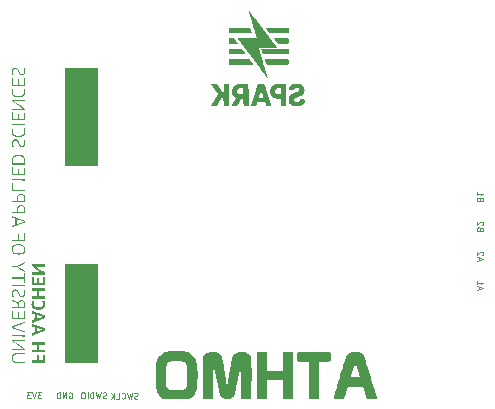
<source format=gbr>
%TF.GenerationSoftware,KiCad,Pcbnew,9.0.0*%
%TF.CreationDate,2025-08-20T08:39:56+02:00*%
%TF.ProjectId,SPARK,53504152-4b2e-46b6-9963-61645f706362,rev?*%
%TF.SameCoordinates,Original*%
%TF.FileFunction,Legend,Bot*%
%TF.FilePolarity,Positive*%
%FSLAX46Y46*%
G04 Gerber Fmt 4.6, Leading zero omitted, Abs format (unit mm)*
G04 Created by KiCad (PCBNEW 9.0.0) date 2025-08-20 08:39:56*
%MOMM*%
%LPD*%
G01*
G04 APERTURE LIST*
%ADD10C,0.100000*%
%ADD11C,0.000000*%
G04 APERTURE END LIST*
D10*
X-33911027Y5515200D02*
X-33982455Y5491390D01*
X-33982455Y5491390D02*
X-34101503Y5491390D01*
X-34101503Y5491390D02*
X-34149122Y5515200D01*
X-34149122Y5515200D02*
X-34172931Y5539009D01*
X-34172931Y5539009D02*
X-34196741Y5586628D01*
X-34196741Y5586628D02*
X-34196741Y5634247D01*
X-34196741Y5634247D02*
X-34172931Y5681866D01*
X-34172931Y5681866D02*
X-34149122Y5705676D01*
X-34149122Y5705676D02*
X-34101503Y5729485D01*
X-34101503Y5729485D02*
X-34006265Y5753295D01*
X-34006265Y5753295D02*
X-33958646Y5777104D01*
X-33958646Y5777104D02*
X-33934836Y5800914D01*
X-33934836Y5800914D02*
X-33911027Y5848533D01*
X-33911027Y5848533D02*
X-33911027Y5896152D01*
X-33911027Y5896152D02*
X-33934836Y5943771D01*
X-33934836Y5943771D02*
X-33958646Y5967580D01*
X-33958646Y5967580D02*
X-34006265Y5991390D01*
X-34006265Y5991390D02*
X-34125312Y5991390D01*
X-34125312Y5991390D02*
X-34196741Y5967580D01*
X-34363407Y5991390D02*
X-34482455Y5491390D01*
X-34482455Y5491390D02*
X-34577693Y5848533D01*
X-34577693Y5848533D02*
X-34672931Y5491390D01*
X-34672931Y5491390D02*
X-34791979Y5991390D01*
X-34982455Y5491390D02*
X-34982455Y5991390D01*
X-34982455Y5991390D02*
X-35101503Y5991390D01*
X-35101503Y5991390D02*
X-35172931Y5967580D01*
X-35172931Y5967580D02*
X-35220550Y5919961D01*
X-35220550Y5919961D02*
X-35244360Y5872342D01*
X-35244360Y5872342D02*
X-35268169Y5777104D01*
X-35268169Y5777104D02*
X-35268169Y5705676D01*
X-35268169Y5705676D02*
X-35244360Y5610438D01*
X-35244360Y5610438D02*
X-35220550Y5562819D01*
X-35220550Y5562819D02*
X-35172931Y5515200D01*
X-35172931Y5515200D02*
X-35101503Y5491390D01*
X-35101503Y5491390D02*
X-34982455Y5491390D01*
X-35482455Y5491390D02*
X-35482455Y5991390D01*
X-35815788Y5991390D02*
X-35911026Y5991390D01*
X-35911026Y5991390D02*
X-35958645Y5967580D01*
X-35958645Y5967580D02*
X-36006264Y5919961D01*
X-36006264Y5919961D02*
X-36030074Y5824723D01*
X-36030074Y5824723D02*
X-36030074Y5658057D01*
X-36030074Y5658057D02*
X-36006264Y5562819D01*
X-36006264Y5562819D02*
X-35958645Y5515200D01*
X-35958645Y5515200D02*
X-35911026Y5491390D01*
X-35911026Y5491390D02*
X-35815788Y5491390D01*
X-35815788Y5491390D02*
X-35768169Y5515200D01*
X-35768169Y5515200D02*
X-35720550Y5562819D01*
X-35720550Y5562819D02*
X-35696741Y5658057D01*
X-35696741Y5658057D02*
X-35696741Y5824723D01*
X-35696741Y5824723D02*
X-35720550Y5919961D01*
X-35720550Y5919961D02*
X-35768169Y5967580D01*
X-35768169Y5967580D02*
X-35815788Y5991390D01*
X-2365752Y14711027D02*
X-2365752Y14949122D01*
X-2508609Y14663408D02*
X-2008609Y14830074D01*
X-2008609Y14830074D02*
X-2508609Y14996741D01*
X-2508609Y15425312D02*
X-2508609Y15139598D01*
X-2508609Y15282455D02*
X-2008609Y15282455D01*
X-2008609Y15282455D02*
X-2080038Y15234836D01*
X-2080038Y15234836D02*
X-2127657Y15187217D01*
X-2127657Y15187217D02*
X-2151466Y15139598D01*
X-31236027Y5490200D02*
X-31307455Y5466390D01*
X-31307455Y5466390D02*
X-31426503Y5466390D01*
X-31426503Y5466390D02*
X-31474122Y5490200D01*
X-31474122Y5490200D02*
X-31497931Y5514009D01*
X-31497931Y5514009D02*
X-31521741Y5561628D01*
X-31521741Y5561628D02*
X-31521741Y5609247D01*
X-31521741Y5609247D02*
X-31497931Y5656866D01*
X-31497931Y5656866D02*
X-31474122Y5680676D01*
X-31474122Y5680676D02*
X-31426503Y5704485D01*
X-31426503Y5704485D02*
X-31331265Y5728295D01*
X-31331265Y5728295D02*
X-31283646Y5752104D01*
X-31283646Y5752104D02*
X-31259836Y5775914D01*
X-31259836Y5775914D02*
X-31236027Y5823533D01*
X-31236027Y5823533D02*
X-31236027Y5871152D01*
X-31236027Y5871152D02*
X-31259836Y5918771D01*
X-31259836Y5918771D02*
X-31283646Y5942580D01*
X-31283646Y5942580D02*
X-31331265Y5966390D01*
X-31331265Y5966390D02*
X-31450312Y5966390D01*
X-31450312Y5966390D02*
X-31521741Y5942580D01*
X-31688407Y5966390D02*
X-31807455Y5466390D01*
X-31807455Y5466390D02*
X-31902693Y5823533D01*
X-31902693Y5823533D02*
X-31997931Y5466390D01*
X-31997931Y5466390D02*
X-32116979Y5966390D01*
X-32593169Y5514009D02*
X-32569360Y5490200D01*
X-32569360Y5490200D02*
X-32497931Y5466390D01*
X-32497931Y5466390D02*
X-32450312Y5466390D01*
X-32450312Y5466390D02*
X-32378884Y5490200D01*
X-32378884Y5490200D02*
X-32331265Y5537819D01*
X-32331265Y5537819D02*
X-32307455Y5585438D01*
X-32307455Y5585438D02*
X-32283646Y5680676D01*
X-32283646Y5680676D02*
X-32283646Y5752104D01*
X-32283646Y5752104D02*
X-32307455Y5847342D01*
X-32307455Y5847342D02*
X-32331265Y5894961D01*
X-32331265Y5894961D02*
X-32378884Y5942580D01*
X-32378884Y5942580D02*
X-32450312Y5966390D01*
X-32450312Y5966390D02*
X-32497931Y5966390D01*
X-32497931Y5966390D02*
X-32569360Y5942580D01*
X-32569360Y5942580D02*
X-32593169Y5918771D01*
X-33045550Y5466390D02*
X-32807455Y5466390D01*
X-32807455Y5466390D02*
X-32807455Y5966390D01*
X-33212217Y5466390D02*
X-33212217Y5966390D01*
X-33497931Y5466390D02*
X-33283646Y5752104D01*
X-33497931Y5966390D02*
X-33212217Y5680676D01*
X-2246704Y22376503D02*
X-2270514Y22447931D01*
X-2270514Y22447931D02*
X-2294323Y22471741D01*
X-2294323Y22471741D02*
X-2341942Y22495550D01*
X-2341942Y22495550D02*
X-2413371Y22495550D01*
X-2413371Y22495550D02*
X-2460990Y22471741D01*
X-2460990Y22471741D02*
X-2484800Y22447931D01*
X-2484800Y22447931D02*
X-2508609Y22400312D01*
X-2508609Y22400312D02*
X-2508609Y22209836D01*
X-2508609Y22209836D02*
X-2008609Y22209836D01*
X-2008609Y22209836D02*
X-2008609Y22376503D01*
X-2008609Y22376503D02*
X-2032419Y22424122D01*
X-2032419Y22424122D02*
X-2056228Y22447931D01*
X-2056228Y22447931D02*
X-2103847Y22471741D01*
X-2103847Y22471741D02*
X-2151466Y22471741D01*
X-2151466Y22471741D02*
X-2199085Y22447931D01*
X-2199085Y22447931D02*
X-2222895Y22424122D01*
X-2222895Y22424122D02*
X-2246704Y22376503D01*
X-2246704Y22376503D02*
X-2246704Y22209836D01*
X-2508609Y22971741D02*
X-2508609Y22686027D01*
X-2508609Y22828884D02*
X-2008609Y22828884D01*
X-2008609Y22828884D02*
X-2080038Y22781265D01*
X-2080038Y22781265D02*
X-2127657Y22733646D01*
X-2127657Y22733646D02*
X-2151466Y22686027D01*
X-2246704Y19851503D02*
X-2270514Y19922931D01*
X-2270514Y19922931D02*
X-2294323Y19946741D01*
X-2294323Y19946741D02*
X-2341942Y19970550D01*
X-2341942Y19970550D02*
X-2413371Y19970550D01*
X-2413371Y19970550D02*
X-2460990Y19946741D01*
X-2460990Y19946741D02*
X-2484800Y19922931D01*
X-2484800Y19922931D02*
X-2508609Y19875312D01*
X-2508609Y19875312D02*
X-2508609Y19684836D01*
X-2508609Y19684836D02*
X-2008609Y19684836D01*
X-2008609Y19684836D02*
X-2008609Y19851503D01*
X-2008609Y19851503D02*
X-2032419Y19899122D01*
X-2032419Y19899122D02*
X-2056228Y19922931D01*
X-2056228Y19922931D02*
X-2103847Y19946741D01*
X-2103847Y19946741D02*
X-2151466Y19946741D01*
X-2151466Y19946741D02*
X-2199085Y19922931D01*
X-2199085Y19922931D02*
X-2222895Y19899122D01*
X-2222895Y19899122D02*
X-2246704Y19851503D01*
X-2246704Y19851503D02*
X-2246704Y19684836D01*
X-2056228Y20161027D02*
X-2032419Y20184836D01*
X-2032419Y20184836D02*
X-2008609Y20232455D01*
X-2008609Y20232455D02*
X-2008609Y20351503D01*
X-2008609Y20351503D02*
X-2032419Y20399122D01*
X-2032419Y20399122D02*
X-2056228Y20422931D01*
X-2056228Y20422931D02*
X-2103847Y20446741D01*
X-2103847Y20446741D02*
X-2151466Y20446741D01*
X-2151466Y20446741D02*
X-2222895Y20422931D01*
X-2222895Y20422931D02*
X-2508609Y20137217D01*
X-2508609Y20137217D02*
X-2508609Y20446741D01*
X-2365752Y17186027D02*
X-2365752Y17424122D01*
X-2508609Y17138408D02*
X-2008609Y17305074D01*
X-2008609Y17305074D02*
X-2508609Y17471741D01*
X-2056228Y17614598D02*
X-2032419Y17638407D01*
X-2032419Y17638407D02*
X-2008609Y17686026D01*
X-2008609Y17686026D02*
X-2008609Y17805074D01*
X-2008609Y17805074D02*
X-2032419Y17852693D01*
X-2032419Y17852693D02*
X-2056228Y17876502D01*
X-2056228Y17876502D02*
X-2103847Y17900312D01*
X-2103847Y17900312D02*
X-2151466Y17900312D01*
X-2151466Y17900312D02*
X-2222895Y17876502D01*
X-2222895Y17876502D02*
X-2508609Y17590788D01*
X-2508609Y17590788D02*
X-2508609Y17900312D01*
X-39387217Y5991390D02*
X-39696741Y5991390D01*
X-39696741Y5991390D02*
X-39530074Y5800914D01*
X-39530074Y5800914D02*
X-39601503Y5800914D01*
X-39601503Y5800914D02*
X-39649122Y5777104D01*
X-39649122Y5777104D02*
X-39672931Y5753295D01*
X-39672931Y5753295D02*
X-39696741Y5705676D01*
X-39696741Y5705676D02*
X-39696741Y5586628D01*
X-39696741Y5586628D02*
X-39672931Y5539009D01*
X-39672931Y5539009D02*
X-39649122Y5515200D01*
X-39649122Y5515200D02*
X-39601503Y5491390D01*
X-39601503Y5491390D02*
X-39458646Y5491390D01*
X-39458646Y5491390D02*
X-39411027Y5515200D01*
X-39411027Y5515200D02*
X-39387217Y5539009D01*
X-39839598Y5991390D02*
X-40006264Y5491390D01*
X-40006264Y5491390D02*
X-40172931Y5991390D01*
X-40291978Y5991390D02*
X-40601502Y5991390D01*
X-40601502Y5991390D02*
X-40434835Y5800914D01*
X-40434835Y5800914D02*
X-40506264Y5800914D01*
X-40506264Y5800914D02*
X-40553883Y5777104D01*
X-40553883Y5777104D02*
X-40577692Y5753295D01*
X-40577692Y5753295D02*
X-40601502Y5705676D01*
X-40601502Y5705676D02*
X-40601502Y5586628D01*
X-40601502Y5586628D02*
X-40577692Y5539009D01*
X-40577692Y5539009D02*
X-40553883Y5515200D01*
X-40553883Y5515200D02*
X-40506264Y5491390D01*
X-40506264Y5491390D02*
X-40363407Y5491390D01*
X-40363407Y5491390D02*
X-40315788Y5515200D01*
X-40315788Y5515200D02*
X-40291978Y5539009D01*
X-37046741Y5967580D02*
X-36999122Y5991390D01*
X-36999122Y5991390D02*
X-36927693Y5991390D01*
X-36927693Y5991390D02*
X-36856265Y5967580D01*
X-36856265Y5967580D02*
X-36808646Y5919961D01*
X-36808646Y5919961D02*
X-36784836Y5872342D01*
X-36784836Y5872342D02*
X-36761027Y5777104D01*
X-36761027Y5777104D02*
X-36761027Y5705676D01*
X-36761027Y5705676D02*
X-36784836Y5610438D01*
X-36784836Y5610438D02*
X-36808646Y5562819D01*
X-36808646Y5562819D02*
X-36856265Y5515200D01*
X-36856265Y5515200D02*
X-36927693Y5491390D01*
X-36927693Y5491390D02*
X-36975312Y5491390D01*
X-36975312Y5491390D02*
X-37046741Y5515200D01*
X-37046741Y5515200D02*
X-37070550Y5539009D01*
X-37070550Y5539009D02*
X-37070550Y5705676D01*
X-37070550Y5705676D02*
X-36975312Y5705676D01*
X-37284836Y5491390D02*
X-37284836Y5991390D01*
X-37284836Y5991390D02*
X-37570550Y5491390D01*
X-37570550Y5491390D02*
X-37570550Y5991390D01*
X-37808646Y5491390D02*
X-37808646Y5991390D01*
X-37808646Y5991390D02*
X-37927694Y5991390D01*
X-37927694Y5991390D02*
X-37999122Y5967580D01*
X-37999122Y5967580D02*
X-38046741Y5919961D01*
X-38046741Y5919961D02*
X-38070551Y5872342D01*
X-38070551Y5872342D02*
X-38094360Y5777104D01*
X-38094360Y5777104D02*
X-38094360Y5705676D01*
X-38094360Y5705676D02*
X-38070551Y5610438D01*
X-38070551Y5610438D02*
X-38046741Y5562819D01*
X-38046741Y5562819D02*
X-37999122Y5515200D01*
X-37999122Y5515200D02*
X-37927694Y5491390D01*
X-37927694Y5491390D02*
X-37808646Y5491390D01*
D11*
%TO.C,G\u002A\u002A\u002A*%
G36*
X-23268114Y35983151D02*
G01*
X-23199420Y35982950D01*
X-23147234Y35982310D01*
X-23108983Y35981046D01*
X-23082092Y35978974D01*
X-23063989Y35975908D01*
X-23052100Y35971664D01*
X-23043851Y35966058D01*
X-23033623Y35955029D01*
X-23013534Y35930167D01*
X-22986515Y35894931D01*
X-22954429Y35851924D01*
X-22919138Y35803746D01*
X-22882507Y35753000D01*
X-22846398Y35702288D01*
X-22812676Y35654212D01*
X-22783204Y35611373D01*
X-22759846Y35576374D01*
X-22744464Y35551816D01*
X-22738923Y35540302D01*
X-22740089Y35533574D01*
X-22751134Y35520528D01*
X-22751619Y35520386D01*
X-22766062Y35519307D01*
X-22797553Y35518408D01*
X-22843872Y35517707D01*
X-22902797Y35517225D01*
X-22972108Y35516978D01*
X-23049585Y35516988D01*
X-23133005Y35517271D01*
X-23502665Y35519116D01*
X-23521332Y35542179D01*
X-23526903Y35550103D01*
X-23531959Y35561764D01*
X-23535529Y35578556D01*
X-23537864Y35603360D01*
X-23539219Y35639058D01*
X-23539847Y35688531D01*
X-23540000Y35754660D01*
X-23539999Y35758671D01*
X-23539858Y35823422D01*
X-23539275Y35871624D01*
X-23537986Y35906111D01*
X-23535725Y35929718D01*
X-23532227Y35945282D01*
X-23527228Y35955636D01*
X-23520461Y35963616D01*
X-23515619Y35968041D01*
X-23507043Y35973332D01*
X-23494550Y35977223D01*
X-23475535Y35979927D01*
X-23447396Y35981659D01*
X-23407529Y35982632D01*
X-23353330Y35983059D01*
X-23282197Y35983154D01*
X-23268114Y35983151D01*
G37*
G36*
X-22923296Y35094122D02*
G01*
X-22825741Y35093826D01*
X-22734437Y35093244D01*
X-22651282Y35092405D01*
X-22578175Y35091340D01*
X-22517013Y35090080D01*
X-22469695Y35088656D01*
X-22438118Y35087097D01*
X-22424182Y35085434D01*
X-22420161Y35082912D01*
X-22403186Y35066245D01*
X-22377147Y35036084D01*
X-22343513Y34994237D01*
X-22303756Y34942514D01*
X-22259346Y34882723D01*
X-22232601Y34846168D01*
X-22191522Y34789980D01*
X-22160067Y34746717D01*
X-22137025Y34714515D01*
X-22121186Y34691510D01*
X-22111337Y34675838D01*
X-22106269Y34665633D01*
X-22104770Y34659033D01*
X-22105629Y34654172D01*
X-22107635Y34649186D01*
X-22108282Y34648152D01*
X-22113040Y34645520D01*
X-22123156Y34643256D01*
X-22139917Y34641332D01*
X-22164613Y34639723D01*
X-22198534Y34638401D01*
X-22242968Y34637341D01*
X-22299206Y34636516D01*
X-22368536Y34635900D01*
X-22452247Y34635467D01*
X-22551628Y34635190D01*
X-22667970Y34635043D01*
X-22802560Y34635000D01*
X-23492042Y34635000D01*
X-23516021Y34658979D01*
X-23520277Y34663301D01*
X-23527523Y34672056D01*
X-23532734Y34682771D01*
X-23536244Y34698379D01*
X-23538391Y34721806D01*
X-23539508Y34755985D01*
X-23539933Y34803842D01*
X-23540000Y34868309D01*
X-23540000Y35053659D01*
X-23514259Y35073907D01*
X-23511690Y35075888D01*
X-23505397Y35080018D01*
X-23497418Y35083474D01*
X-23486129Y35086315D01*
X-23469908Y35088601D01*
X-23447131Y35090394D01*
X-23416175Y35091752D01*
X-23375419Y35092737D01*
X-23323238Y35093407D01*
X-23258011Y35093824D01*
X-23178114Y35094048D01*
X-23081924Y35094138D01*
X-22967818Y35094154D01*
X-22923296Y35094122D01*
G37*
G36*
X-19775498Y34213283D02*
G01*
X-19631080Y34213017D01*
X-19468194Y34212620D01*
X-18497347Y34210039D01*
X-18478673Y34186976D01*
X-18473176Y34179182D01*
X-18468089Y34167556D01*
X-18464498Y34150832D01*
X-18462148Y34126123D01*
X-18460785Y34090541D01*
X-18460153Y34041197D01*
X-18460000Y33975204D01*
X-18460000Y33786495D01*
X-18485740Y33766248D01*
X-18488030Y33764475D01*
X-18492875Y33761238D01*
X-18499070Y33758403D01*
X-18507825Y33755945D01*
X-18520355Y33753835D01*
X-18537872Y33752049D01*
X-18561587Y33750559D01*
X-18592715Y33749340D01*
X-18632467Y33748363D01*
X-18682057Y33747604D01*
X-18742696Y33747036D01*
X-18815599Y33746631D01*
X-18901976Y33746365D01*
X-19003041Y33746209D01*
X-19120007Y33746138D01*
X-19254086Y33746125D01*
X-19406490Y33746144D01*
X-19467284Y33746161D01*
X-19620395Y33746283D01*
X-19755336Y33746525D01*
X-19873111Y33746902D01*
X-19974721Y33747426D01*
X-20061168Y33748113D01*
X-20133455Y33748974D01*
X-20192583Y33750023D01*
X-20239555Y33751275D01*
X-20275373Y33752742D01*
X-20301039Y33754439D01*
X-20317554Y33756378D01*
X-20325923Y33758573D01*
X-20334442Y33764528D01*
X-20342832Y33775128D01*
X-20351858Y33792663D01*
X-20362455Y33819506D01*
X-20375561Y33858030D01*
X-20392108Y33910610D01*
X-20413034Y33979618D01*
X-20430695Y34038617D01*
X-20446463Y34092286D01*
X-20457436Y34131780D01*
X-20464100Y34159532D01*
X-20466941Y34177975D01*
X-20466444Y34189544D01*
X-20463096Y34196671D01*
X-20457381Y34201789D01*
X-20457036Y34202024D01*
X-20450865Y34204239D01*
X-20439054Y34206183D01*
X-20420532Y34207867D01*
X-20394231Y34209304D01*
X-20359082Y34210505D01*
X-20314016Y34211481D01*
X-20257964Y34212245D01*
X-20189857Y34212807D01*
X-20108626Y34213181D01*
X-20013202Y34213377D01*
X-19902515Y34213407D01*
X-19775498Y34213283D01*
G37*
G36*
X-18689018Y35981776D02*
G01*
X-18632990Y35981412D01*
X-18588643Y35980734D01*
X-18554480Y35979700D01*
X-18529006Y35978269D01*
X-18510725Y35976398D01*
X-18498141Y35974047D01*
X-18489758Y35971174D01*
X-18484081Y35967735D01*
X-18479614Y35963691D01*
X-18472800Y35955675D01*
X-18467751Y35945276D01*
X-18464233Y35929667D01*
X-18461971Y35905983D01*
X-18460694Y35871357D01*
X-18460128Y35822924D01*
X-18460000Y35757820D01*
X-18460013Y35740420D01*
X-18460517Y35673086D01*
X-18462092Y35622159D01*
X-18465197Y35585080D01*
X-18470294Y35559290D01*
X-18477846Y35542230D01*
X-18488313Y35531343D01*
X-18502158Y35524069D01*
X-18507381Y35523073D01*
X-18531017Y35521280D01*
X-18570901Y35519617D01*
X-18624888Y35518130D01*
X-18690833Y35516865D01*
X-18766590Y35515866D01*
X-18850014Y35515180D01*
X-18938961Y35514850D01*
X-18973158Y35514807D01*
X-19070874Y35514809D01*
X-19151307Y35515067D01*
X-19216179Y35515635D01*
X-19267208Y35516567D01*
X-19306115Y35517919D01*
X-19334621Y35519743D01*
X-19354446Y35522095D01*
X-19367309Y35525028D01*
X-19374930Y35528596D01*
X-19385377Y35538764D01*
X-19405790Y35562862D01*
X-19433250Y35597635D01*
X-19465868Y35640464D01*
X-19501750Y35688729D01*
X-19539007Y35739810D01*
X-19575746Y35791088D01*
X-19610076Y35839943D01*
X-19640106Y35883754D01*
X-19663943Y35919902D01*
X-19679698Y35945768D01*
X-19685477Y35958731D01*
X-19685496Y35960154D01*
X-19684838Y35963980D01*
X-19681990Y35967236D01*
X-19675506Y35969976D01*
X-19663940Y35972253D01*
X-19645847Y35974120D01*
X-19619780Y35975632D01*
X-19584295Y35976843D01*
X-19537945Y35977806D01*
X-19479286Y35978575D01*
X-19406870Y35979204D01*
X-19319253Y35979747D01*
X-19214990Y35980256D01*
X-19092633Y35980788D01*
X-19059851Y35980926D01*
X-18942143Y35981401D01*
X-18842099Y35981729D01*
X-18758223Y35981867D01*
X-18689018Y35981776D01*
G37*
G36*
X-22264068Y34213149D02*
G01*
X-22142431Y34212846D01*
X-22037374Y34212282D01*
X-21949390Y34211461D01*
X-21878971Y34210386D01*
X-21826612Y34209062D01*
X-21792803Y34207492D01*
X-21778039Y34205681D01*
X-21764809Y34195826D01*
X-21740289Y34169945D01*
X-21706027Y34129004D01*
X-21662570Y34073659D01*
X-21610461Y34004564D01*
X-21586923Y33972867D01*
X-21543706Y33914600D01*
X-21510360Y33869342D01*
X-21485684Y33835248D01*
X-21468479Y33810474D01*
X-21457543Y33793174D01*
X-21451675Y33781503D01*
X-21449674Y33773616D01*
X-21450340Y33767669D01*
X-21452472Y33761815D01*
X-21452768Y33761181D01*
X-21455423Y33758669D01*
X-21461152Y33756453D01*
X-21471051Y33754517D01*
X-21486220Y33752848D01*
X-21507755Y33751430D01*
X-21536754Y33750249D01*
X-21574316Y33749291D01*
X-21621536Y33748541D01*
X-21679514Y33747986D01*
X-21749346Y33747609D01*
X-21832131Y33747398D01*
X-21928966Y33747337D01*
X-22040948Y33747412D01*
X-22169176Y33747609D01*
X-22314747Y33747913D01*
X-22478759Y33748309D01*
X-22499090Y33748361D01*
X-22660334Y33748780D01*
X-22803298Y33749188D01*
X-22929108Y33749607D01*
X-23038888Y33750060D01*
X-23133765Y33750571D01*
X-23214863Y33751161D01*
X-23283308Y33751855D01*
X-23340226Y33752674D01*
X-23386742Y33753643D01*
X-23423981Y33754783D01*
X-23453068Y33756117D01*
X-23475130Y33757669D01*
X-23491291Y33759462D01*
X-23502677Y33761518D01*
X-23510413Y33763860D01*
X-23515625Y33766512D01*
X-23519437Y33769495D01*
X-23520959Y33770895D01*
X-23527706Y33778471D01*
X-23532639Y33788560D01*
X-23536043Y33803999D01*
X-23538198Y33827626D01*
X-23539387Y33862278D01*
X-23539894Y33910793D01*
X-23540000Y33976009D01*
X-23539904Y34030478D01*
X-23539381Y34082678D01*
X-23538171Y34120570D01*
X-23536017Y34147050D01*
X-23532662Y34165014D01*
X-23527851Y34177357D01*
X-23521327Y34186976D01*
X-23502654Y34210039D01*
X-22653050Y34212690D01*
X-22555110Y34212955D01*
X-22401792Y34213187D01*
X-22264068Y34213149D01*
G37*
G36*
X-18479919Y35072774D02*
G01*
X-18479388Y35072201D01*
X-18472611Y35063564D01*
X-18467623Y35052617D01*
X-18464152Y35036489D01*
X-18461927Y35012307D01*
X-18460675Y34977202D01*
X-18460123Y34928302D01*
X-18460000Y34862735D01*
X-18460000Y34859965D01*
X-18460137Y34795059D01*
X-18460715Y34746742D01*
X-18461999Y34712174D01*
X-18464257Y34688511D01*
X-18467755Y34672912D01*
X-18472760Y34662536D01*
X-18479538Y34654539D01*
X-18481951Y34652261D01*
X-18485956Y34649425D01*
X-18491760Y34646919D01*
X-18500471Y34644721D01*
X-18513199Y34642811D01*
X-18531053Y34641169D01*
X-18555140Y34639775D01*
X-18586570Y34638609D01*
X-18626451Y34637650D01*
X-18675893Y34636878D01*
X-18736003Y34636272D01*
X-18807891Y34635813D01*
X-18892665Y34635480D01*
X-18991434Y34635254D01*
X-19105306Y34635112D01*
X-19235391Y34635037D01*
X-19382797Y34635006D01*
X-19548633Y34635000D01*
X-19633810Y34635025D01*
X-19784491Y34635195D01*
X-19926154Y34635520D01*
X-20057747Y34635990D01*
X-20178217Y34636597D01*
X-20286514Y34637333D01*
X-20381584Y34638188D01*
X-20462376Y34639154D01*
X-20527838Y34640221D01*
X-20576918Y34641382D01*
X-20608564Y34642627D01*
X-20621723Y34643948D01*
X-20626281Y34645755D01*
X-20634589Y34650240D01*
X-20642093Y34657580D01*
X-20649725Y34670033D01*
X-20658417Y34689863D01*
X-20669102Y34719331D01*
X-20682713Y34760696D01*
X-20700181Y34816220D01*
X-20722441Y34888165D01*
X-20727096Y34903263D01*
X-20744983Y34961807D01*
X-20757624Y35004921D01*
X-20765533Y35035235D01*
X-20769221Y35055381D01*
X-20769205Y35067987D01*
X-20765995Y35075686D01*
X-20760108Y35081108D01*
X-20755843Y35082809D01*
X-20745145Y35084684D01*
X-20727495Y35086351D01*
X-20701926Y35087821D01*
X-20667469Y35089105D01*
X-20623156Y35090214D01*
X-20568018Y35091159D01*
X-20501087Y35091952D01*
X-20421396Y35092603D01*
X-20327976Y35093123D01*
X-20219859Y35093524D01*
X-20096076Y35093816D01*
X-19955659Y35094011D01*
X-19797640Y35094120D01*
X-19621051Y35094154D01*
X-18499838Y35094154D01*
X-18479919Y35072774D01*
G37*
G36*
X-22523619Y36862371D02*
G01*
X-22374593Y36862262D01*
X-22243593Y36862033D01*
X-22129623Y36861671D01*
X-22031688Y36861161D01*
X-21948791Y36860491D01*
X-21879937Y36859647D01*
X-21824129Y36858615D01*
X-21780371Y36857383D01*
X-21747668Y36855936D01*
X-21725023Y36854261D01*
X-21711441Y36852345D01*
X-21705925Y36850173D01*
X-21701539Y36840022D01*
X-21692195Y36814035D01*
X-21679095Y36775615D01*
X-21663288Y36728003D01*
X-21645822Y36674442D01*
X-21627745Y36618171D01*
X-21610106Y36562433D01*
X-21593953Y36510468D01*
X-21580334Y36465517D01*
X-21570297Y36430822D01*
X-21570801Y36419575D01*
X-21583283Y36404253D01*
X-21586620Y36403501D01*
X-21607382Y36401953D01*
X-21645277Y36400535D01*
X-21698653Y36399249D01*
X-21765862Y36398096D01*
X-21845253Y36397076D01*
X-21935176Y36396191D01*
X-22033980Y36395443D01*
X-22140016Y36394832D01*
X-22251633Y36394359D01*
X-22367181Y36394026D01*
X-22485011Y36393833D01*
X-22603471Y36393783D01*
X-22720913Y36393876D01*
X-22835684Y36394113D01*
X-22946137Y36394495D01*
X-23050620Y36395024D01*
X-23147483Y36395701D01*
X-23235076Y36396526D01*
X-23311749Y36397502D01*
X-23375852Y36398628D01*
X-23425734Y36399907D01*
X-23459747Y36401340D01*
X-23476238Y36402927D01*
X-23495659Y36407994D01*
X-23511650Y36415057D01*
X-23523249Y36426292D01*
X-23531158Y36444260D01*
X-23536083Y36471521D01*
X-23538729Y36510636D01*
X-23539799Y36564167D01*
X-23540000Y36634675D01*
X-23540000Y36637404D01*
X-23539862Y36702316D01*
X-23539285Y36750636D01*
X-23538001Y36785207D01*
X-23535743Y36808872D01*
X-23532245Y36824472D01*
X-23527240Y36834849D01*
X-23520461Y36842846D01*
X-23519361Y36843927D01*
X-23515481Y36847131D01*
X-23510155Y36849941D01*
X-23502176Y36852383D01*
X-23490337Y36854482D01*
X-23473433Y36856265D01*
X-23450257Y36857758D01*
X-23419604Y36858986D01*
X-23380268Y36859975D01*
X-23331042Y36860751D01*
X-23270720Y36861339D01*
X-23198096Y36861766D01*
X-23111964Y36862058D01*
X-23011118Y36862240D01*
X-22894352Y36862338D01*
X-22760459Y36862377D01*
X-22608234Y36862385D01*
X-22523619Y36862371D01*
G37*
G36*
X-19325963Y36862383D02*
G01*
X-19182374Y36862359D01*
X-19056395Y36862290D01*
X-18946844Y36862151D01*
X-18852540Y36861917D01*
X-18772298Y36861564D01*
X-18704936Y36861068D01*
X-18649272Y36860404D01*
X-18604122Y36859548D01*
X-18568305Y36858475D01*
X-18540637Y36857161D01*
X-18519936Y36855581D01*
X-18505019Y36853712D01*
X-18494704Y36851528D01*
X-18487807Y36849005D01*
X-18483146Y36846120D01*
X-18479538Y36842846D01*
X-18479307Y36842615D01*
X-18472580Y36834581D01*
X-18467622Y36824079D01*
X-18464165Y36808265D01*
X-18461941Y36784293D01*
X-18460684Y36749319D01*
X-18460126Y36700497D01*
X-18460000Y36634982D01*
X-18460055Y36602195D01*
X-18460813Y36537205D01*
X-18462878Y36488302D01*
X-18466780Y36453066D01*
X-18473051Y36429074D01*
X-18482220Y36413905D01*
X-18494817Y36405136D01*
X-18511374Y36400345D01*
X-18521167Y36399431D01*
X-18550134Y36398295D01*
X-18595216Y36397319D01*
X-18654535Y36396502D01*
X-18726215Y36395838D01*
X-18808381Y36395324D01*
X-18899155Y36394958D01*
X-18996661Y36394735D01*
X-19099023Y36394651D01*
X-19204364Y36394704D01*
X-19310808Y36394889D01*
X-19416478Y36395203D01*
X-19519498Y36395642D01*
X-19617991Y36396203D01*
X-19710082Y36396882D01*
X-19793892Y36397675D01*
X-19867547Y36398580D01*
X-19929169Y36399592D01*
X-19976882Y36400708D01*
X-20008810Y36401923D01*
X-20023077Y36403236D01*
X-20029706Y36405545D01*
X-20042042Y36412462D01*
X-20056556Y36424536D01*
X-20074796Y36443544D01*
X-20098312Y36471263D01*
X-20128654Y36509468D01*
X-20167369Y36559936D01*
X-20216009Y36624443D01*
X-20254851Y36676452D01*
X-20295488Y36731765D01*
X-20325796Y36774435D01*
X-20346778Y36805987D01*
X-20359436Y36827946D01*
X-20364773Y36841837D01*
X-20363793Y36849185D01*
X-20361541Y36850632D01*
X-20353261Y36852732D01*
X-20338293Y36854578D01*
X-20315565Y36856184D01*
X-20284008Y36857566D01*
X-20242550Y36858738D01*
X-20190120Y36859716D01*
X-20125648Y36860514D01*
X-20048063Y36861149D01*
X-19956293Y36861634D01*
X-19849269Y36861985D01*
X-19725919Y36862217D01*
X-19585172Y36862346D01*
X-19425957Y36862385D01*
X-19325963Y36862383D01*
G37*
G36*
X-18645615Y31193526D02*
G01*
X-18645623Y31147821D01*
X-18645737Y31016278D01*
X-18645979Y30890754D01*
X-18646340Y30772599D01*
X-18646808Y30663168D01*
X-18647376Y30563810D01*
X-18648033Y30475879D01*
X-18648769Y30400726D01*
X-18649575Y30339704D01*
X-18650442Y30294164D01*
X-18651359Y30265459D01*
X-18652317Y30254940D01*
X-18653916Y30254306D01*
X-18670785Y30252567D01*
X-18703282Y30251297D01*
X-18748432Y30250552D01*
X-18803262Y30250391D01*
X-18864798Y30250869D01*
X-19070577Y30253500D01*
X-19075461Y30561231D01*
X-19080346Y30868962D01*
X-19305038Y30874796D01*
X-19375802Y30876883D01*
X-19440766Y30879558D01*
X-19491292Y30882755D01*
X-19530102Y30886698D01*
X-19559918Y30891611D01*
X-19583461Y30897718D01*
X-19587552Y30899032D01*
X-19689846Y30941668D01*
X-19780334Y30998695D01*
X-19857802Y31068811D01*
X-19921033Y31150710D01*
X-19968812Y31243087D01*
X-19999924Y31344639D01*
X-20003485Y31363394D01*
X-20011538Y31436906D01*
X-20012815Y31517019D01*
X-20012471Y31522370D01*
X-19581578Y31522370D01*
X-19578708Y31446845D01*
X-19561079Y31381545D01*
X-19529482Y31327846D01*
X-19484709Y31287124D01*
X-19427554Y31260755D01*
X-19399741Y31254294D01*
X-19357724Y31249000D01*
X-19302772Y31246014D01*
X-19231624Y31245077D01*
X-19209300Y31245156D01*
X-19160857Y31245913D01*
X-19121070Y31247343D01*
X-19093567Y31249288D01*
X-19081974Y31251590D01*
X-19080489Y31259610D01*
X-19078863Y31284963D01*
X-19077478Y31324928D01*
X-19076404Y31376815D01*
X-19075708Y31437932D01*
X-19075461Y31505590D01*
X-19075461Y31753077D01*
X-19220227Y31753077D01*
X-19270606Y31752327D01*
X-19357382Y31746046D01*
X-19427641Y31732647D01*
X-19482814Y31711239D01*
X-19524329Y31680928D01*
X-19553618Y31640822D01*
X-19572108Y31590028D01*
X-19581231Y31527653D01*
X-19581578Y31522370D01*
X-20012471Y31522370D01*
X-20007651Y31597390D01*
X-19996382Y31671677D01*
X-19979343Y31733539D01*
X-19974132Y31747150D01*
X-19926417Y31842456D01*
X-19863785Y31925206D01*
X-19786432Y31995215D01*
X-19694554Y32052304D01*
X-19588346Y32096290D01*
X-19583815Y32097777D01*
X-19567344Y32102899D01*
X-19550939Y32107139D01*
X-19532639Y32110596D01*
X-19510484Y32113372D01*
X-19482514Y32115566D01*
X-19446768Y32117279D01*
X-19401286Y32118611D01*
X-19344107Y32119661D01*
X-19273272Y32120531D01*
X-19186819Y32121320D01*
X-19082788Y32122129D01*
X-18645615Y32125411D01*
X-18645615Y31505590D01*
X-18645615Y31193526D01*
G37*
G36*
X-21852288Y31196231D02*
G01*
X-21852190Y31158836D01*
X-21851907Y31027427D01*
X-21851733Y30901860D01*
X-21851664Y30783504D01*
X-21851696Y30673729D01*
X-21851827Y30573906D01*
X-21852053Y30485403D01*
X-21852371Y30409590D01*
X-21852778Y30347837D01*
X-21853270Y30301513D01*
X-21853845Y30271988D01*
X-21854498Y30260632D01*
X-21859455Y30256763D01*
X-21874016Y30253560D01*
X-21900042Y30251461D01*
X-21939547Y30250374D01*
X-21994547Y30250206D01*
X-22067056Y30250863D01*
X-22274884Y30253500D01*
X-22279769Y30566116D01*
X-22284654Y30878731D01*
X-22373195Y30881516D01*
X-22385946Y30881885D01*
X-22425494Y30882193D01*
X-22451029Y30880200D01*
X-22466915Y30875294D01*
X-22477513Y30866862D01*
X-22482732Y30859259D01*
X-22496989Y30835469D01*
X-22518386Y30798152D01*
X-22545725Y30749443D01*
X-22577810Y30691481D01*
X-22613442Y30626403D01*
X-22651425Y30556346D01*
X-22680183Y30503268D01*
X-22716048Y30437716D01*
X-22748467Y30379183D01*
X-22776288Y30329710D01*
X-22798359Y30291342D01*
X-22813529Y30266121D01*
X-22820646Y30256092D01*
X-22827390Y30254686D01*
X-22851767Y30252812D01*
X-22890904Y30251199D01*
X-22941977Y30249932D01*
X-23002162Y30249092D01*
X-23068634Y30248765D01*
X-23133965Y30248788D01*
X-23193076Y30249080D01*
X-23236874Y30249810D01*
X-23267626Y30251140D01*
X-23287596Y30253234D01*
X-23299048Y30256252D01*
X-23304248Y30260358D01*
X-23305459Y30265712D01*
X-23305056Y30267462D01*
X-23297507Y30283749D01*
X-23281232Y30314321D01*
X-23257313Y30357277D01*
X-23226828Y30410719D01*
X-23190859Y30472746D01*
X-23150487Y30541461D01*
X-23106790Y30614962D01*
X-22908202Y30947116D01*
X-22957889Y30975884D01*
X-22966921Y30981482D01*
X-23000065Y31005609D01*
X-23037774Y31036931D01*
X-23073522Y31070126D01*
X-23124758Y31128504D01*
X-23174532Y31208678D01*
X-23209458Y31298749D01*
X-23230090Y31400224D01*
X-23236317Y31503542D01*
X-22805258Y31503542D01*
X-22798726Y31437169D01*
X-22775700Y31373028D01*
X-22763357Y31352328D01*
X-22721712Y31308186D01*
X-22666260Y31275516D01*
X-22599449Y31255943D01*
X-22595679Y31255309D01*
X-22556273Y31250484D01*
X-22509257Y31247153D01*
X-22458504Y31245297D01*
X-22407884Y31244896D01*
X-22361269Y31245932D01*
X-22322530Y31248386D01*
X-22295539Y31252239D01*
X-22284168Y31257473D01*
X-22283264Y31264870D01*
X-22282280Y31289995D01*
X-22281640Y31329803D01*
X-22281370Y31381464D01*
X-22281492Y31442149D01*
X-22282032Y31509031D01*
X-22284654Y31748193D01*
X-22460500Y31748193D01*
X-22508165Y31748117D01*
X-22559645Y31747595D01*
X-22597335Y31746287D01*
X-22624571Y31743857D01*
X-22644690Y31739972D01*
X-22661027Y31734296D01*
X-22676920Y31726495D01*
X-22686030Y31721341D01*
X-22735684Y31681048D01*
X-22772759Y31628983D01*
X-22796277Y31568647D01*
X-22805258Y31503542D01*
X-23236317Y31503542D01*
X-23236984Y31514611D01*
X-23236881Y31529047D01*
X-23226568Y31642259D01*
X-23199820Y31746100D01*
X-23157264Y31839652D01*
X-23099526Y31922000D01*
X-23027235Y31992226D01*
X-22941017Y32049414D01*
X-22841500Y32092647D01*
X-22763346Y32119163D01*
X-22309077Y32119293D01*
X-21854807Y32119423D01*
X-21852793Y31381464D01*
X-21852288Y31196231D01*
G37*
G36*
X-24732758Y32124300D02*
G01*
X-24666615Y32124163D01*
X-24616328Y32123691D01*
X-24579440Y32122679D01*
X-24553498Y32120922D01*
X-24536047Y32118213D01*
X-24524633Y32114348D01*
X-24516802Y32109122D01*
X-24510098Y32102327D01*
X-24502605Y32093050D01*
X-24483521Y32067262D01*
X-24455516Y32028117D01*
X-24419750Y31977287D01*
X-24377380Y31916443D01*
X-24329564Y31847258D01*
X-24277462Y31771403D01*
X-24222232Y31690551D01*
X-24165032Y31606374D01*
X-24107020Y31520543D01*
X-24090307Y31495941D01*
X-24056382Y31447254D01*
X-24026562Y31406117D01*
X-24002503Y31374725D01*
X-23985862Y31355272D01*
X-23978293Y31349953D01*
X-23977852Y31350929D01*
X-23975969Y31366492D01*
X-23974123Y31398931D01*
X-23972372Y31446089D01*
X-23970777Y31505811D01*
X-23969396Y31575940D01*
X-23968291Y31654320D01*
X-23967520Y31738795D01*
X-23964961Y32119423D01*
X-23750038Y32119423D01*
X-23535115Y32119423D01*
X-23532596Y31196231D01*
X-23532497Y31158836D01*
X-23532215Y31027426D01*
X-23532041Y30901859D01*
X-23531971Y30783504D01*
X-23532004Y30673730D01*
X-23532135Y30573906D01*
X-23532360Y30485404D01*
X-23532678Y30409591D01*
X-23533085Y30347839D01*
X-23533577Y30301516D01*
X-23534151Y30271992D01*
X-23534805Y30260636D01*
X-23540472Y30256526D01*
X-23555744Y30253429D01*
X-23582563Y30251404D01*
X-23622923Y30250362D01*
X-23678820Y30250213D01*
X-23752247Y30250867D01*
X-23964961Y30253500D01*
X-23969846Y30538473D01*
X-23974730Y30823446D01*
X-24038230Y30891428D01*
X-24054505Y30908708D01*
X-24079842Y30934975D01*
X-24098266Y30953235D01*
X-24106615Y30960307D01*
X-24106986Y30960074D01*
X-24114827Y30949478D01*
X-24131638Y30924412D01*
X-24156265Y30886666D01*
X-24187557Y30838030D01*
X-24224359Y30780294D01*
X-24265520Y30715247D01*
X-24309886Y30644681D01*
X-24313550Y30638835D01*
X-24359030Y30566458D01*
X-24402236Y30498003D01*
X-24441822Y30435581D01*
X-24476445Y30381299D01*
X-24504759Y30337267D01*
X-24525419Y30305593D01*
X-24537081Y30288387D01*
X-24565891Y30248616D01*
X-24814946Y30248616D01*
X-24847033Y30248634D01*
X-24917277Y30248889D01*
X-24970916Y30249543D01*
X-25010062Y30250717D01*
X-25036830Y30252534D01*
X-25053333Y30255118D01*
X-25061685Y30258590D01*
X-25064000Y30263073D01*
X-25063383Y30265130D01*
X-25054840Y30281434D01*
X-25037138Y30311650D01*
X-25011409Y30353949D01*
X-24978782Y30406504D01*
X-24940390Y30467489D01*
X-24897363Y30535077D01*
X-24850832Y30607439D01*
X-24803988Y30679955D01*
X-24729508Y30795349D01*
X-24664798Y30895755D01*
X-24609295Y30982061D01*
X-24562435Y31055153D01*
X-24523655Y31115919D01*
X-24492390Y31165246D01*
X-24468078Y31204020D01*
X-24450154Y31233129D01*
X-24438056Y31253461D01*
X-24431219Y31265901D01*
X-24429081Y31271338D01*
X-24429715Y31272739D01*
X-24438808Y31286963D01*
X-24457865Y31315045D01*
X-24485823Y31355468D01*
X-24521619Y31406713D01*
X-24564191Y31467264D01*
X-24612476Y31535603D01*
X-24665413Y31610214D01*
X-24721938Y31689577D01*
X-24740789Y31716021D01*
X-24796302Y31794186D01*
X-24847876Y31867237D01*
X-24894445Y31933636D01*
X-24934944Y31991849D01*
X-24968308Y32040338D01*
X-24993472Y32077566D01*
X-25009368Y32101998D01*
X-25014933Y32112096D01*
X-25014343Y32113738D01*
X-25006472Y32117344D01*
X-24988024Y32120092D01*
X-24957206Y32122072D01*
X-24912228Y32123374D01*
X-24851298Y32124090D01*
X-24772626Y32124308D01*
X-24732758Y32124300D01*
G37*
G36*
X-20128797Y30963873D02*
G01*
X-20091029Y30849889D01*
X-20055361Y30741822D01*
X-20022254Y30641070D01*
X-19992171Y30549034D01*
X-19965575Y30467112D01*
X-19942929Y30396702D01*
X-19924695Y30339204D01*
X-19911337Y30296016D01*
X-19903315Y30268539D01*
X-19901095Y30258169D01*
X-19901335Y30257904D01*
X-19913946Y30255155D01*
X-19942302Y30252873D01*
X-19982926Y30251074D01*
X-20032337Y30249775D01*
X-20087056Y30248993D01*
X-20143603Y30248744D01*
X-20198500Y30249046D01*
X-20248266Y30249915D01*
X-20289423Y30251368D01*
X-20318490Y30253421D01*
X-20331989Y30256092D01*
X-20336289Y30262737D01*
X-20346351Y30285641D01*
X-20360144Y30321573D01*
X-20376440Y30367297D01*
X-20394011Y30419577D01*
X-20406738Y30457975D01*
X-20423436Y30506651D01*
X-20437873Y30546808D01*
X-20448829Y30575078D01*
X-20455083Y30588096D01*
X-20460389Y30590303D01*
X-20483092Y30593525D01*
X-20520650Y30596193D01*
X-20570197Y30598305D01*
X-20628867Y30599858D01*
X-20693795Y30600851D01*
X-20762116Y30601284D01*
X-20830965Y30601153D01*
X-20897475Y30600458D01*
X-20958783Y30599196D01*
X-21012022Y30597367D01*
X-21054327Y30594968D01*
X-21082832Y30591998D01*
X-21094673Y30588456D01*
X-21098758Y30579394D01*
X-21108411Y30553987D01*
X-21122056Y30515943D01*
X-21138522Y30468540D01*
X-21156638Y30415052D01*
X-21210700Y30253500D01*
X-21432855Y30250874D01*
X-21503738Y30250182D01*
X-21559593Y30250073D01*
X-21600481Y30250696D01*
X-21628717Y30252176D01*
X-21646617Y30254634D01*
X-21656494Y30258194D01*
X-21660663Y30262978D01*
X-21660265Y30267539D01*
X-21654877Y30289069D01*
X-21643986Y30326342D01*
X-21628150Y30377624D01*
X-21607923Y30441176D01*
X-21583861Y30515264D01*
X-21556520Y30598150D01*
X-21526453Y30688099D01*
X-21494218Y30783374D01*
X-21464872Y30869631D01*
X-21424043Y30989737D01*
X-20977276Y30989737D01*
X-20965177Y30974754D01*
X-20953048Y30969816D01*
X-20929783Y30966077D01*
X-20893484Y30963586D01*
X-20841988Y30962199D01*
X-20773134Y30961770D01*
X-20769236Y30961770D01*
X-20706578Y30962022D01*
X-20660712Y30962880D01*
X-20629036Y30964559D01*
X-20608948Y30967275D01*
X-20597846Y30971244D01*
X-20593126Y30976681D01*
X-20594506Y30988306D01*
X-20600757Y31015763D01*
X-20611129Y31056333D01*
X-20624849Y31107352D01*
X-20641142Y31166157D01*
X-20659237Y31230086D01*
X-20678358Y31296474D01*
X-20697734Y31362660D01*
X-20716590Y31425979D01*
X-20734153Y31483770D01*
X-20749649Y31533368D01*
X-20762306Y31572110D01*
X-20771349Y31597335D01*
X-20776005Y31606377D01*
X-20777357Y31604250D01*
X-20784072Y31587095D01*
X-20795457Y31554595D01*
X-20810766Y31508990D01*
X-20829255Y31452514D01*
X-20850178Y31387407D01*
X-20872789Y31315904D01*
X-20882963Y31283553D01*
X-20905292Y31213049D01*
X-20925779Y31149031D01*
X-20943632Y31093933D01*
X-20958058Y31050190D01*
X-20968265Y31020236D01*
X-20973462Y31006504D01*
X-20977276Y30989737D01*
X-21424043Y30989737D01*
X-21423707Y30990725D01*
X-21380446Y31118071D01*
X-21336491Y31247545D01*
X-21293239Y31375022D01*
X-21252092Y31496379D01*
X-21214449Y31607490D01*
X-21181710Y31704231D01*
X-21041300Y32119423D01*
X-20780150Y32119423D01*
X-20519000Y32119423D01*
X-20452057Y31924039D01*
X-20450975Y31920882D01*
X-20413073Y31809924D01*
X-20373568Y31693692D01*
X-20332924Y31573584D01*
X-20291602Y31450999D01*
X-20250066Y31327337D01*
X-20208777Y31203996D01*
X-20168200Y31082375D01*
X-20133056Y30976681D01*
X-20128797Y30963873D01*
G37*
G36*
X-17753972Y32148239D02*
G01*
X-17676594Y32146661D01*
X-17613384Y32142328D01*
X-17559708Y32134348D01*
X-17510930Y32121828D01*
X-17462417Y32103877D01*
X-17409534Y32079603D01*
X-17405365Y32077540D01*
X-17319639Y32024126D01*
X-17246986Y31956223D01*
X-17187531Y31873969D01*
X-17141394Y31777500D01*
X-17139889Y31773418D01*
X-17126204Y31721153D01*
X-17117020Y31657427D01*
X-17112797Y31589243D01*
X-17113993Y31523605D01*
X-17121069Y31467516D01*
X-17131346Y31426427D01*
X-17155135Y31364322D01*
X-17188758Y31307664D01*
X-17233584Y31255345D01*
X-17290978Y31206258D01*
X-17362308Y31159297D01*
X-17448939Y31113355D01*
X-17552240Y31067324D01*
X-17673577Y31020099D01*
X-17687164Y31015079D01*
X-17776065Y30981253D01*
X-17848176Y30951588D01*
X-17905242Y30924992D01*
X-17949011Y30900376D01*
X-17981229Y30876646D01*
X-18003644Y30852713D01*
X-18018000Y30827484D01*
X-18026046Y30799868D01*
X-18027505Y30779555D01*
X-18020425Y30736481D01*
X-18003098Y30694022D01*
X-17978497Y30660873D01*
X-17955040Y30642279D01*
X-17899936Y30614945D01*
X-17835445Y30599012D01*
X-17766158Y30594962D01*
X-17696668Y30603278D01*
X-17631564Y30624441D01*
X-17596277Y30643373D01*
X-17540561Y30686856D01*
X-17495696Y30739864D01*
X-17466024Y30797851D01*
X-17458768Y30816518D01*
X-17446889Y30840198D01*
X-17437399Y30851340D01*
X-17430828Y30851306D01*
X-17407611Y30848031D01*
X-17371608Y30841608D01*
X-17326537Y30832824D01*
X-17276118Y30822464D01*
X-17224071Y30811315D01*
X-17174114Y30800162D01*
X-17129967Y30789791D01*
X-17095350Y30780990D01*
X-17073983Y30774542D01*
X-17065761Y30771116D01*
X-17056441Y30762779D01*
X-17054151Y30747130D01*
X-17057104Y30718211D01*
X-17062171Y30688361D01*
X-17088518Y30601711D01*
X-17130119Y30517768D01*
X-17184126Y30441616D01*
X-17247689Y30378334D01*
X-17298681Y30341808D01*
X-17375138Y30299397D01*
X-17458487Y30264240D01*
X-17541692Y30239655D01*
X-17578600Y30232734D01*
X-17652397Y30224309D01*
X-17734059Y30220217D01*
X-17816875Y30220538D01*
X-17894135Y30225352D01*
X-17959129Y30234736D01*
X-18001241Y30244470D01*
X-18108321Y30279711D01*
X-18203246Y30327002D01*
X-18284639Y30385418D01*
X-18351121Y30454034D01*
X-18401315Y30531923D01*
X-18411860Y30553472D01*
X-18435092Y30610083D01*
X-18449895Y30665856D01*
X-18457715Y30727439D01*
X-18460000Y30801480D01*
X-18459845Y30819757D01*
X-18453166Y30910484D01*
X-18435498Y30988331D01*
X-18405295Y31056999D01*
X-18361007Y31120190D01*
X-18301089Y31181606D01*
X-18269387Y31207853D01*
X-18229956Y31235029D01*
X-18182539Y31262487D01*
X-18124992Y31291297D01*
X-18055168Y31322529D01*
X-17970924Y31357252D01*
X-17870115Y31396536D01*
X-17861000Y31400018D01*
X-17786466Y31428690D01*
X-17727717Y31451868D01*
X-17682446Y31470667D01*
X-17648346Y31486201D01*
X-17623108Y31499588D01*
X-17604427Y31511941D01*
X-17589994Y31524378D01*
X-17577502Y31538013D01*
X-17575303Y31540674D01*
X-17550888Y31583231D01*
X-17545564Y31628178D01*
X-17559099Y31677266D01*
X-17561261Y31681976D01*
X-17593532Y31728152D01*
X-17640084Y31761047D01*
X-17700947Y31780676D01*
X-17776154Y31787056D01*
X-17818109Y31785169D01*
X-17857944Y31780409D01*
X-17886895Y31773810D01*
X-17926580Y31754551D01*
X-17973880Y31714939D01*
X-18010822Y31663413D01*
X-18033838Y31604096D01*
X-18041601Y31585611D01*
X-18052320Y31577238D01*
X-18053315Y31577264D01*
X-18071702Y31579831D01*
X-18103991Y31585995D01*
X-18146515Y31594905D01*
X-18195605Y31605713D01*
X-18247591Y31617571D01*
X-18298806Y31629629D01*
X-18345580Y31641040D01*
X-18384244Y31650953D01*
X-18411131Y31658521D01*
X-18422571Y31662895D01*
X-18425615Y31673253D01*
X-18423905Y31699225D01*
X-18416920Y31735283D01*
X-18405756Y31776900D01*
X-18391505Y31819548D01*
X-18375261Y31858700D01*
X-18365393Y31877700D01*
X-18324832Y31935742D01*
X-18271705Y31991573D01*
X-18210920Y32040475D01*
X-18147384Y32077731D01*
X-18098003Y32099598D01*
X-18042118Y32119665D01*
X-17985731Y32133694D01*
X-17924125Y32142559D01*
X-17852582Y32147134D01*
X-17766384Y32148291D01*
X-17753972Y32148239D01*
G37*
G36*
X-21855328Y38387754D02*
G01*
X-21853539Y38386857D01*
X-21851737Y38386385D01*
X-21850483Y38386248D01*
X-21845210Y38383708D01*
X-21837402Y38377214D01*
X-21826295Y38365791D01*
X-21811127Y38348465D01*
X-21791134Y38324261D01*
X-21765551Y38292203D01*
X-21733617Y38251318D01*
X-21694567Y38200630D01*
X-21647637Y38139165D01*
X-21592066Y38065948D01*
X-21527088Y37980005D01*
X-21451941Y37880360D01*
X-21365861Y37766039D01*
X-21307239Y37688153D01*
X-21228623Y37583729D01*
X-21147976Y37476637D01*
X-21067267Y37369487D01*
X-20988463Y37264891D01*
X-20913532Y37165462D01*
X-20844443Y37073811D01*
X-20783163Y36992551D01*
X-20731660Y36924293D01*
X-20609882Y36762950D01*
X-20472627Y36581081D01*
X-20346379Y36413762D01*
X-20230710Y36260429D01*
X-20125195Y36120515D01*
X-20029409Y35993451D01*
X-19942925Y35878672D01*
X-19865318Y35775612D01*
X-19796163Y35683702D01*
X-19735032Y35602376D01*
X-19681502Y35531068D01*
X-19635145Y35469211D01*
X-19595537Y35416238D01*
X-19562251Y35371581D01*
X-19534861Y35334675D01*
X-19512943Y35304953D01*
X-19496070Y35281847D01*
X-19483817Y35264791D01*
X-19475757Y35253219D01*
X-19471465Y35246562D01*
X-19461234Y35227043D01*
X-19458239Y35211057D01*
X-19465334Y35197811D01*
X-19466816Y35196367D01*
X-19472055Y35193595D01*
X-19481212Y35191203D01*
X-19495589Y35189163D01*
X-19516487Y35187447D01*
X-19545209Y35186027D01*
X-19583055Y35184878D01*
X-19631328Y35183970D01*
X-19691330Y35183278D01*
X-19764361Y35182773D01*
X-19851724Y35182427D01*
X-19954720Y35182215D01*
X-20074651Y35182107D01*
X-20212819Y35182077D01*
X-20329477Y35182031D01*
X-20460326Y35181830D01*
X-20573425Y35181456D01*
X-20669771Y35180894D01*
X-20750363Y35180127D01*
X-20816198Y35179140D01*
X-20868276Y35177917D01*
X-20907593Y35176442D01*
X-20935149Y35174701D01*
X-20951942Y35172677D01*
X-20958969Y35170354D01*
X-20965481Y35160308D01*
X-20970692Y35137804D01*
X-20970682Y35136202D01*
X-20970510Y35132826D01*
X-20969917Y35128315D01*
X-20968643Y35121789D01*
X-20966429Y35112372D01*
X-20963013Y35099182D01*
X-20958136Y35081342D01*
X-20951537Y35057973D01*
X-20942958Y35028196D01*
X-20932137Y34991132D01*
X-20918814Y34945902D01*
X-20902730Y34891627D01*
X-20883625Y34827429D01*
X-20861237Y34752428D01*
X-20835308Y34665747D01*
X-20805577Y34566505D01*
X-20771783Y34453824D01*
X-20733668Y34326826D01*
X-20690971Y34184631D01*
X-20643431Y34026360D01*
X-20590789Y33851135D01*
X-20532784Y33658077D01*
X-20499190Y33546270D01*
X-20454948Y33399019D01*
X-20415809Y33268721D01*
X-20381469Y33154331D01*
X-20351624Y33054806D01*
X-20325970Y32969104D01*
X-20304202Y32896181D01*
X-20286017Y32834994D01*
X-20271110Y32784499D01*
X-20259178Y32743653D01*
X-20249915Y32711413D01*
X-20243019Y32686736D01*
X-20238185Y32668578D01*
X-20235108Y32655896D01*
X-20233485Y32647648D01*
X-20233012Y32642789D01*
X-20233384Y32640276D01*
X-20234297Y32639067D01*
X-20235447Y32638117D01*
X-20236298Y32637398D01*
X-20248354Y32637554D01*
X-20251323Y32641025D01*
X-20265103Y32658627D01*
X-20289311Y32690142D01*
X-20323150Y32734518D01*
X-20365823Y32790702D01*
X-20416532Y32857641D01*
X-20474483Y32934281D01*
X-20538877Y33019570D01*
X-20608919Y33112455D01*
X-20683812Y33211883D01*
X-20762758Y33316800D01*
X-20844962Y33426154D01*
X-20911131Y33514203D01*
X-21014485Y33651680D01*
X-21126060Y33800036D01*
X-21243765Y33956495D01*
X-21365509Y34118280D01*
X-21489203Y34282613D01*
X-21612755Y34446717D01*
X-21734076Y34607816D01*
X-21851076Y34763132D01*
X-21961663Y34909888D01*
X-22063747Y35045308D01*
X-22147402Y35156311D01*
X-22229866Y35265852D01*
X-22308469Y35370379D01*
X-22382420Y35468837D01*
X-22450926Y35560165D01*
X-22513197Y35643308D01*
X-22568441Y35717207D01*
X-22615866Y35780805D01*
X-22654680Y35833043D01*
X-22684093Y35872863D01*
X-22703313Y35899209D01*
X-22711548Y35911021D01*
X-22723686Y35941933D01*
X-22718713Y35964186D01*
X-22696728Y35977174D01*
X-22696253Y35977272D01*
X-22681297Y35978184D01*
X-22648523Y35979053D01*
X-22599489Y35979866D01*
X-22535750Y35980613D01*
X-22458864Y35981281D01*
X-22370388Y35981858D01*
X-22271878Y35982333D01*
X-22164892Y35982693D01*
X-22050985Y35982926D01*
X-21931715Y35983021D01*
X-21872757Y35983025D01*
X-21738895Y35983010D01*
X-21622829Y35983042D01*
X-21523316Y35983227D01*
X-21439114Y35983669D01*
X-21368979Y35984473D01*
X-21311668Y35985743D01*
X-21265939Y35987585D01*
X-21230547Y35990102D01*
X-21204250Y35993400D01*
X-21185805Y35997583D01*
X-21173969Y36002756D01*
X-21167498Y36009024D01*
X-21165149Y36016491D01*
X-21165680Y36025262D01*
X-21167847Y36035442D01*
X-21170407Y36047135D01*
X-21172704Y36056554D01*
X-21180368Y36084507D01*
X-21192749Y36128073D01*
X-21209321Y36185450D01*
X-21229555Y36254831D01*
X-21252926Y36334411D01*
X-21278906Y36422386D01*
X-21306967Y36516951D01*
X-21336584Y36616300D01*
X-21370270Y36729039D01*
X-21431501Y36933953D01*
X-21487491Y37121328D01*
X-21538469Y37291945D01*
X-21584661Y37446584D01*
X-21626294Y37586026D01*
X-21663596Y37711053D01*
X-21696795Y37822446D01*
X-21726117Y37920985D01*
X-21751789Y38007451D01*
X-21774040Y38082626D01*
X-21793096Y38147291D01*
X-21809185Y38202226D01*
X-21822534Y38248213D01*
X-21833370Y38286033D01*
X-21841920Y38316467D01*
X-21848413Y38340295D01*
X-21853075Y38358299D01*
X-21856133Y38371260D01*
X-21857815Y38379959D01*
X-21858348Y38385177D01*
X-21857960Y38387695D01*
X-21856877Y38388293D01*
X-21855328Y38387754D01*
G37*
G36*
X-16033320Y9413806D02*
G01*
X-15809129Y9413556D01*
X-15617156Y9413083D01*
X-15454877Y9412333D01*
X-15319767Y9411254D01*
X-15209300Y9409792D01*
X-15120953Y9407895D01*
X-15052199Y9405510D01*
X-15000515Y9402583D01*
X-14963375Y9399063D01*
X-14938253Y9394895D01*
X-14922626Y9390027D01*
X-14913968Y9384406D01*
X-14903520Y9360679D01*
X-14893618Y9304107D01*
X-14886562Y9224023D01*
X-14882337Y9128004D01*
X-14880927Y9023626D01*
X-14882315Y8918467D01*
X-14886486Y8820102D01*
X-14893424Y8736109D01*
X-14903113Y8674064D01*
X-14915536Y8641544D01*
X-14925882Y8632164D01*
X-14942889Y8623640D01*
X-14969711Y8617301D01*
X-15010966Y8612829D01*
X-15071272Y8609905D01*
X-15155244Y8608211D01*
X-15267499Y8607428D01*
X-15412655Y8607238D01*
X-15878729Y8607238D01*
X-15879016Y7054912D01*
X-15879091Y6921794D01*
X-15879471Y6689062D01*
X-15880145Y6468559D01*
X-15881087Y6263094D01*
X-15882273Y6075477D01*
X-15883676Y5908518D01*
X-15885273Y5765028D01*
X-15887037Y5647816D01*
X-15888944Y5559692D01*
X-15890968Y5503466D01*
X-15893085Y5481949D01*
X-15901265Y5472502D01*
X-15935006Y5450601D01*
X-15936237Y5450220D01*
X-15966798Y5446862D01*
X-16027936Y5443810D01*
X-16113400Y5441256D01*
X-16216939Y5439392D01*
X-16332300Y5438409D01*
X-16378513Y5438262D01*
X-16497417Y5438497D01*
X-16585513Y5440040D01*
X-16647858Y5443248D01*
X-16689506Y5448475D01*
X-16715513Y5456076D01*
X-16730934Y5466407D01*
X-16736070Y5474281D01*
X-16740729Y5489043D01*
X-16744762Y5512873D01*
X-16748213Y5548142D01*
X-16751126Y5597221D01*
X-16753546Y5662480D01*
X-16755515Y5746291D01*
X-16757079Y5851024D01*
X-16758281Y5979051D01*
X-16759166Y6132742D01*
X-16759778Y6314467D01*
X-16760160Y6526598D01*
X-16760357Y6771506D01*
X-16760413Y7051562D01*
X-16760413Y8607238D01*
X-17228330Y8607238D01*
X-17310939Y8607255D01*
X-17436890Y8607524D01*
X-17532435Y8608431D01*
X-17602185Y8610363D01*
X-17650754Y8613706D01*
X-17682752Y8618848D01*
X-17702793Y8626175D01*
X-17715488Y8636073D01*
X-17725449Y8648931D01*
X-17731680Y8659568D01*
X-17741145Y8688057D01*
X-17747726Y8731852D01*
X-17751873Y8796502D01*
X-17754032Y8887555D01*
X-17754652Y9010562D01*
X-17754493Y9079050D01*
X-17753126Y9184697D01*
X-17749986Y9261286D01*
X-17744626Y9314365D01*
X-17736596Y9349484D01*
X-17725449Y9372193D01*
X-17696247Y9413885D01*
X-16319847Y9413885D01*
X-16292255Y9413885D01*
X-16033320Y9413806D01*
G37*
G36*
X-11507486Y7315412D02*
G01*
X-11451946Y7138279D01*
X-11362969Y6853942D01*
X-11284561Y6602510D01*
X-11216185Y6382175D01*
X-11157305Y6191128D01*
X-11107384Y6027561D01*
X-11065885Y5889667D01*
X-11032272Y5775638D01*
X-11006008Y5683665D01*
X-10986557Y5611940D01*
X-10973382Y5558655D01*
X-10965947Y5522003D01*
X-10963714Y5500176D01*
X-10966147Y5491364D01*
X-10977080Y5482295D01*
X-10973190Y5473415D01*
X-10969931Y5468629D01*
X-10991949Y5455687D01*
X-10993910Y5454939D01*
X-11031724Y5448597D01*
X-11098702Y5443778D01*
X-11187437Y5440463D01*
X-11290523Y5438632D01*
X-11400553Y5438266D01*
X-11510121Y5439347D01*
X-11611821Y5441856D01*
X-11698245Y5445773D01*
X-11761989Y5451079D01*
X-11795644Y5457756D01*
X-11805430Y5462238D01*
X-11820335Y5470524D01*
X-11833668Y5482749D01*
X-11847006Y5502902D01*
X-11861928Y5534972D01*
X-11880010Y5582950D01*
X-11902831Y5650824D01*
X-11931969Y5742584D01*
X-11969000Y5862220D01*
X-12015503Y6013720D01*
X-12155021Y6468578D01*
X-12806098Y6468632D01*
X-13457174Y6468686D01*
X-13531629Y6229506D01*
X-13559459Y6139982D01*
X-13599953Y6009422D01*
X-13640486Y5878464D01*
X-13675449Y5765215D01*
X-13705245Y5673783D01*
X-13735144Y5591102D01*
X-13761651Y5526318D01*
X-13781291Y5488516D01*
X-13817768Y5436928D01*
X-14211774Y5436928D01*
X-14324714Y5437192D01*
X-14439787Y5438748D01*
X-14525138Y5442444D01*
X-14585146Y5449118D01*
X-14624194Y5459603D01*
X-14646662Y5474735D01*
X-14656929Y5495351D01*
X-14659379Y5522284D01*
X-14656198Y5535606D01*
X-14642919Y5582443D01*
X-14620144Y5659887D01*
X-14588781Y5764974D01*
X-14549740Y5894740D01*
X-14503931Y6046222D01*
X-14452264Y6216455D01*
X-14395648Y6402477D01*
X-14334993Y6601322D01*
X-14271208Y6810028D01*
X-14205204Y7025629D01*
X-14137889Y7245164D01*
X-14109902Y7336300D01*
X-13191334Y7336300D01*
X-13187650Y7328761D01*
X-13165483Y7322416D01*
X-13120724Y7317884D01*
X-13049643Y7314934D01*
X-12948512Y7313333D01*
X-12813601Y7312851D01*
X-12684030Y7313469D01*
X-12569321Y7315742D01*
X-12489261Y7319765D01*
X-12442335Y7325619D01*
X-12427030Y7333382D01*
X-12431383Y7353337D01*
X-12445426Y7404637D01*
X-12467638Y7481649D01*
X-12496447Y7579235D01*
X-12530280Y7692254D01*
X-12567563Y7815568D01*
X-12606723Y7944038D01*
X-12646187Y8072524D01*
X-12684383Y8195887D01*
X-12719736Y8308988D01*
X-12750675Y8406688D01*
X-12775625Y8483848D01*
X-12793014Y8535328D01*
X-12801268Y8555989D01*
X-12806651Y8548576D01*
X-12822172Y8510150D01*
X-12846049Y8442838D01*
X-12876942Y8350657D01*
X-12913511Y8237624D01*
X-12954418Y8107757D01*
X-12998321Y7965073D01*
X-13030228Y7860287D01*
X-13072076Y7723124D01*
X-13109707Y7600087D01*
X-13141785Y7495532D01*
X-13166974Y7413812D01*
X-13183935Y7359284D01*
X-13191334Y7336300D01*
X-14109902Y7336300D01*
X-14070174Y7465667D01*
X-14002968Y7684175D01*
X-13937181Y7897724D01*
X-13873722Y8103351D01*
X-13813501Y8298090D01*
X-13757427Y8478980D01*
X-13706412Y8643055D01*
X-13661362Y8787352D01*
X-13623190Y8908906D01*
X-13592804Y9004756D01*
X-13571114Y9071935D01*
X-13559029Y9107481D01*
X-13557097Y9112516D01*
X-13509621Y9197096D01*
X-13441672Y9274075D01*
X-13366132Y9328681D01*
X-13278439Y9360899D01*
X-13157284Y9384025D01*
X-13002066Y9397917D01*
X-12811594Y9402732D01*
X-12753740Y9402466D01*
X-12579185Y9395862D01*
X-12436707Y9379665D01*
X-12322811Y9352845D01*
X-12234003Y9314373D01*
X-12166789Y9263219D01*
X-12117674Y9198356D01*
X-12111792Y9184995D01*
X-12093750Y9135925D01*
X-12065878Y9055114D01*
X-12028993Y8945081D01*
X-11983911Y8808348D01*
X-11931451Y8647438D01*
X-11872429Y8464869D01*
X-11807662Y8263165D01*
X-11737967Y8044846D01*
X-11664162Y7812434D01*
X-11587062Y7568448D01*
X-11513137Y7333382D01*
X-11507486Y7315412D01*
G37*
G36*
X-20249772Y8787694D02*
G01*
X-20249630Y8596519D01*
X-20249630Y7838110D01*
X-19612426Y7838110D01*
X-18975222Y7838110D01*
X-18969922Y8599384D01*
X-18969161Y8706319D01*
X-18967794Y8876649D01*
X-18966316Y9014883D01*
X-18964543Y9124537D01*
X-18962288Y9209127D01*
X-18959365Y9272171D01*
X-18955587Y9317186D01*
X-18950768Y9347686D01*
X-18944723Y9367189D01*
X-18937265Y9379212D01*
X-18928208Y9387271D01*
X-18914757Y9394279D01*
X-18882980Y9402145D01*
X-18832280Y9407736D01*
X-18758013Y9411354D01*
X-18655533Y9413303D01*
X-18520195Y9413885D01*
X-18496973Y9413881D01*
X-18374925Y9413561D01*
X-18284137Y9412376D01*
X-18219231Y9409830D01*
X-18174825Y9405427D01*
X-18145541Y9398669D01*
X-18125998Y9389061D01*
X-18110817Y9376106D01*
X-18108403Y9373648D01*
X-18102576Y9366594D01*
X-18097436Y9356921D01*
X-18092947Y9342447D01*
X-18089072Y9320990D01*
X-18085775Y9290370D01*
X-18083019Y9248406D01*
X-18080768Y9192916D01*
X-18078985Y9121719D01*
X-18077634Y9032635D01*
X-18076678Y8923481D01*
X-18076081Y8792077D01*
X-18075806Y8636241D01*
X-18075817Y8453793D01*
X-18076077Y8242551D01*
X-18076550Y8000334D01*
X-18077199Y7724962D01*
X-18077988Y7414252D01*
X-18078099Y7371158D01*
X-18078907Y7065134D01*
X-18079688Y6794175D01*
X-18080486Y6556114D01*
X-18081350Y6348782D01*
X-18082323Y6170011D01*
X-18083454Y6017635D01*
X-18084786Y5889485D01*
X-18086367Y5783394D01*
X-18088242Y5697194D01*
X-18090457Y5628717D01*
X-18093059Y5575797D01*
X-18096092Y5536264D01*
X-18099604Y5507951D01*
X-18103640Y5488692D01*
X-18108246Y5476317D01*
X-18113468Y5468660D01*
X-18119353Y5463552D01*
X-18123314Y5461269D01*
X-18163143Y5451462D01*
X-18231581Y5443885D01*
X-18321288Y5438537D01*
X-18424924Y5435419D01*
X-18535149Y5434531D01*
X-18644623Y5435873D01*
X-18746006Y5439445D01*
X-18831958Y5445247D01*
X-18895139Y5453279D01*
X-18928208Y5463542D01*
X-18933913Y5468164D01*
X-18941931Y5478167D01*
X-18948480Y5494244D01*
X-18953743Y5519891D01*
X-18957902Y5558600D01*
X-18961140Y5613865D01*
X-18963640Y5689180D01*
X-18965585Y5788038D01*
X-18967158Y5913933D01*
X-18968540Y6070359D01*
X-18969916Y6260809D01*
X-18975209Y7031463D01*
X-19612420Y7031463D01*
X-20249630Y7031463D01*
X-20249630Y6268501D01*
X-20249706Y6112564D01*
X-20250090Y5949043D01*
X-20250920Y5816743D01*
X-20252333Y5712170D01*
X-20254465Y5631827D01*
X-20257452Y5572219D01*
X-20261431Y5529851D01*
X-20266537Y5501228D01*
X-20272907Y5482854D01*
X-20280676Y5471234D01*
X-20293137Y5460249D01*
X-20312664Y5451274D01*
X-20343542Y5444926D01*
X-20391006Y5440761D01*
X-20460286Y5438336D01*
X-20556618Y5437206D01*
X-20685233Y5436928D01*
X-20792973Y5437591D01*
X-20907813Y5440073D01*
X-20999661Y5444180D01*
X-21063679Y5449681D01*
X-21095028Y5456347D01*
X-21096714Y5457289D01*
X-21102351Y5461682D01*
X-21107341Y5469272D01*
X-21111722Y5482204D01*
X-21115534Y5502623D01*
X-21118817Y5532673D01*
X-21121610Y5574502D01*
X-21123953Y5630252D01*
X-21125885Y5702070D01*
X-21127446Y5792100D01*
X-21128675Y5902488D01*
X-21129613Y6035379D01*
X-21130297Y6192918D01*
X-21130768Y6377249D01*
X-21131066Y6590519D01*
X-21131230Y6834871D01*
X-21131299Y7112452D01*
X-21131314Y7425407D01*
X-21131313Y7515974D01*
X-21131287Y7818891D01*
X-21131196Y8087031D01*
X-21130999Y8322538D01*
X-21130657Y8527557D01*
X-21130130Y8704234D01*
X-21129379Y8854713D01*
X-21128731Y8935525D01*
X-20287148Y8935525D01*
X-20277769Y8926145D01*
X-20268389Y8935525D01*
X-20277769Y8944904D01*
X-20287148Y8935525D01*
X-21128731Y8935525D01*
X-21128365Y8981141D01*
X-21127048Y9085661D01*
X-21125388Y9170419D01*
X-21123346Y9237561D01*
X-21120882Y9289230D01*
X-21117956Y9327573D01*
X-21114531Y9354734D01*
X-21110564Y9372859D01*
X-21106018Y9384093D01*
X-21100853Y9390580D01*
X-21095028Y9394466D01*
X-21071616Y9400046D01*
X-21012911Y9405760D01*
X-20925480Y9410123D01*
X-20814129Y9412907D01*
X-20683665Y9413885D01*
X-20633495Y9413840D01*
X-20514174Y9413104D01*
X-20425615Y9411186D01*
X-20362824Y9407721D01*
X-20320805Y9402346D01*
X-20294565Y9394695D01*
X-20279109Y9384406D01*
X-20275064Y9379439D01*
X-20268353Y9364513D01*
X-20262913Y9339600D01*
X-20258616Y9301259D01*
X-20255334Y9246050D01*
X-20252937Y9170531D01*
X-20251297Y9071259D01*
X-20250285Y8944794D01*
X-20250255Y8935525D01*
X-20249772Y8787694D01*
G37*
G36*
X-26170377Y7197977D02*
G01*
X-26176705Y6956426D01*
X-26179879Y6875041D01*
X-26185686Y6742749D01*
X-26191720Y6637198D01*
X-26198754Y6551296D01*
X-26207562Y6477950D01*
X-26218916Y6410070D01*
X-26233588Y6340561D01*
X-26252353Y6262334D01*
X-26296653Y6100195D01*
X-26345294Y5961917D01*
X-26400390Y5847918D01*
X-26465827Y5751458D01*
X-26545492Y5665798D01*
X-26643268Y5584196D01*
X-26663982Y5568426D01*
X-26705251Y5537042D01*
X-26742298Y5510694D01*
X-26778602Y5488909D01*
X-26817640Y5471217D01*
X-26862890Y5457143D01*
X-26917831Y5446216D01*
X-26985939Y5437964D01*
X-27070693Y5431914D01*
X-27175571Y5427594D01*
X-27304051Y5424532D01*
X-27459610Y5422255D01*
X-27645726Y5420291D01*
X-27865878Y5418169D01*
X-27897561Y5417864D01*
X-28084776Y5416440D01*
X-28262584Y5415705D01*
X-28426970Y5415636D01*
X-28573916Y5416207D01*
X-28699410Y5417395D01*
X-28799434Y5419175D01*
X-28869975Y5421525D01*
X-28907015Y5424419D01*
X-28948206Y5433052D01*
X-29063005Y5476197D01*
X-29181905Y5549528D01*
X-29309300Y5655568D01*
X-29394203Y5742551D01*
X-29462957Y5834498D01*
X-29518980Y5938799D01*
X-29566768Y6063840D01*
X-29610816Y6218006D01*
X-29633416Y6311161D01*
X-29653106Y6404762D01*
X-29668984Y6498708D01*
X-29681356Y6597644D01*
X-29690528Y6706211D01*
X-29696806Y6829055D01*
X-29700498Y6970818D01*
X-29701908Y7136144D01*
X-29701907Y7136573D01*
X-28819912Y7136573D01*
X-28819137Y6969722D01*
X-28816685Y6831276D01*
X-28812370Y6717914D01*
X-28806003Y6626317D01*
X-28797399Y6553162D01*
X-28786370Y6495130D01*
X-28772730Y6448900D01*
X-28756292Y6411151D01*
X-28748084Y6395989D01*
X-28696999Y6326412D01*
X-28629402Y6273174D01*
X-28540199Y6233904D01*
X-28424296Y6206229D01*
X-28276600Y6187778D01*
X-28056990Y6174150D01*
X-27822260Y6173693D01*
X-27571657Y6188029D01*
X-27528898Y6192161D01*
X-27382560Y6218886D01*
X-27266972Y6263794D01*
X-27179600Y6328621D01*
X-27117911Y6415099D01*
X-27079370Y6524963D01*
X-27078844Y6527493D01*
X-27074142Y6571451D01*
X-27070119Y6647407D01*
X-27066773Y6750395D01*
X-27064105Y6875452D01*
X-27062113Y7017610D01*
X-27060799Y7171907D01*
X-27060162Y7333376D01*
X-27060202Y7497052D01*
X-27060918Y7657972D01*
X-27062311Y7811169D01*
X-27064381Y7951678D01*
X-27067126Y8074535D01*
X-27070548Y8174775D01*
X-27074646Y8247432D01*
X-27079420Y8287542D01*
X-27086685Y8316827D01*
X-27116110Y8402158D01*
X-27156679Y8472304D01*
X-27211637Y8528474D01*
X-27284231Y8571874D01*
X-27377706Y8603714D01*
X-27495307Y8625202D01*
X-27640281Y8637545D01*
X-27815874Y8641952D01*
X-28025331Y8639630D01*
X-28126228Y8636907D01*
X-28270490Y8630764D01*
X-28385228Y8621774D01*
X-28475459Y8608859D01*
X-28546201Y8590940D01*
X-28602475Y8566937D01*
X-28649296Y8535771D01*
X-28691685Y8496364D01*
X-28708614Y8478397D01*
X-28733378Y8449771D01*
X-28753783Y8420099D01*
X-28770294Y8385734D01*
X-28783374Y8343030D01*
X-28793486Y8288338D01*
X-28801096Y8218012D01*
X-28806665Y8128405D01*
X-28810659Y8015869D01*
X-28813540Y7876757D01*
X-28815773Y7707422D01*
X-28817821Y7504217D01*
X-28819197Y7335150D01*
X-28819912Y7136573D01*
X-29701907Y7136573D01*
X-29701345Y7329677D01*
X-29699114Y7556060D01*
X-29698268Y7624382D01*
X-29695819Y7801244D01*
X-29693234Y7946492D01*
X-29690278Y8064527D01*
X-29686717Y8159751D01*
X-29682317Y8236566D01*
X-29676843Y8299376D01*
X-29670061Y8352580D01*
X-29661736Y8400583D01*
X-29651634Y8447785D01*
X-29644454Y8478616D01*
X-29607080Y8625634D01*
X-29568360Y8757872D01*
X-29530604Y8867888D01*
X-29496125Y8948245D01*
X-29480092Y8975260D01*
X-29427836Y9042887D01*
X-29357103Y9119081D01*
X-29276447Y9195497D01*
X-29194421Y9263791D01*
X-29119575Y9315618D01*
X-29080986Y9337983D01*
X-29008481Y9375577D01*
X-28934502Y9406689D01*
X-28855047Y9431834D01*
X-28766119Y9451525D01*
X-28663716Y9466276D01*
X-28543839Y9476601D01*
X-28402489Y9483014D01*
X-28235666Y9486029D01*
X-28039369Y9486160D01*
X-27809600Y9483920D01*
X-27746196Y9483070D01*
X-27569201Y9480310D01*
X-27423560Y9476953D01*
X-27304592Y9472390D01*
X-27207618Y9466006D01*
X-27127957Y9457190D01*
X-27060928Y9445330D01*
X-27001852Y9429814D01*
X-26946048Y9410029D01*
X-26888836Y9385363D01*
X-26825535Y9355204D01*
X-26801276Y9342620D01*
X-26705403Y9281257D01*
X-26605688Y9202412D01*
X-26511493Y9114622D01*
X-26432183Y9026427D01*
X-26377123Y8946362D01*
X-26373466Y8939343D01*
X-26347864Y8879173D01*
X-26317904Y8794429D01*
X-26287019Y8695370D01*
X-26258641Y8592257D01*
X-26238476Y8511788D01*
X-26222155Y8440590D01*
X-26209674Y8374733D01*
X-26200212Y8307074D01*
X-26192947Y8230475D01*
X-26187055Y8137795D01*
X-26181715Y8021892D01*
X-26176103Y7875628D01*
X-26171469Y7712029D01*
X-26168627Y7456573D01*
X-26169461Y7333376D01*
X-26170377Y7197977D01*
G37*
G36*
X-21610224Y8752529D02*
G01*
X-21606415Y8647557D01*
X-21603703Y8521672D01*
X-21601905Y8372500D01*
X-21600842Y8197670D01*
X-21600330Y7994811D01*
X-21600189Y7761549D01*
X-21600238Y7495514D01*
X-21600294Y7194332D01*
X-21600301Y7049595D01*
X-21600372Y6774464D01*
X-21600558Y6533460D01*
X-21600901Y6324291D01*
X-21601445Y6144665D01*
X-21602233Y5992290D01*
X-21603309Y5864872D01*
X-21604717Y5760121D01*
X-21606499Y5675744D01*
X-21608700Y5609449D01*
X-21611363Y5558944D01*
X-21614531Y5521937D01*
X-21618247Y5496135D01*
X-21622556Y5479247D01*
X-21627500Y5468980D01*
X-21633123Y5463042D01*
X-21640295Y5458905D01*
X-21670301Y5450743D01*
X-21721732Y5444773D01*
X-21798607Y5440746D01*
X-21904944Y5438413D01*
X-22044762Y5437525D01*
X-22126428Y5437433D01*
X-22234561Y5437714D01*
X-22313521Y5438989D01*
X-22368509Y5441783D01*
X-22404727Y5446619D01*
X-22427376Y5454022D01*
X-22441659Y5464514D01*
X-22452776Y5478620D01*
X-22453823Y5480212D01*
X-22459183Y5492456D01*
X-22463839Y5512323D01*
X-22467845Y5542305D01*
X-22471252Y5584894D01*
X-22474112Y5642581D01*
X-22476479Y5717856D01*
X-22478404Y5813211D01*
X-22479940Y5931138D01*
X-22481138Y6074127D01*
X-22482052Y6244669D01*
X-22482734Y6445257D01*
X-22483236Y6678380D01*
X-22483610Y6946530D01*
X-22485242Y8372748D01*
X-22531739Y8157017D01*
X-22538560Y8125284D01*
X-22555540Y8046031D01*
X-22578897Y7936808D01*
X-22607737Y7801799D01*
X-22641167Y7645188D01*
X-22678296Y7471160D01*
X-22718228Y7283897D01*
X-22760072Y7087586D01*
X-22802935Y6886409D01*
X-22834309Y6739725D01*
X-22875052Y6551050D01*
X-22913615Y6374485D01*
X-22949207Y6213544D01*
X-22981036Y6071743D01*
X-23008312Y5952597D01*
X-23030244Y5859622D01*
X-23046042Y5796332D01*
X-23054914Y5766243D01*
X-23099352Y5684597D01*
X-23186983Y5587374D01*
X-23300302Y5512528D01*
X-23434430Y5463945D01*
X-23526644Y5446468D01*
X-23688592Y5437985D01*
X-23840898Y5457726D01*
X-23979091Y5503963D01*
X-24098701Y5574971D01*
X-24195256Y5669022D01*
X-24264284Y5784391D01*
X-24266863Y5791049D01*
X-24281124Y5838100D01*
X-24301291Y5915107D01*
X-24326073Y6016673D01*
X-24354179Y6137400D01*
X-24384316Y6271894D01*
X-24415192Y6414756D01*
X-24435122Y6508649D01*
X-24471750Y6681052D01*
X-24513031Y6875203D01*
X-24557019Y7081953D01*
X-24601769Y7292159D01*
X-24645333Y7496673D01*
X-24685766Y7686351D01*
X-24760137Y8035082D01*
X-24076513Y8035082D01*
X-24067133Y8025702D01*
X-24057754Y8035082D01*
X-24067133Y8044461D01*
X-24076513Y8035082D01*
X-24760137Y8035082D01*
X-24839431Y8406896D01*
X-24851896Y7433101D01*
X-24854181Y7246493D01*
X-24856564Y7033326D01*
X-24858727Y6820452D01*
X-24860617Y6614073D01*
X-24862181Y6420395D01*
X-24863365Y6245620D01*
X-24864116Y6095952D01*
X-24864381Y5977596D01*
X-24864418Y5917573D01*
X-24864936Y5780448D01*
X-24866263Y5674837D01*
X-24868653Y5596365D01*
X-24872357Y5540659D01*
X-24877628Y5503347D01*
X-24884718Y5480054D01*
X-24893880Y5466407D01*
X-24905246Y5460197D01*
X-24951980Y5450015D01*
X-25025355Y5442256D01*
X-25118252Y5436914D01*
X-25223552Y5433986D01*
X-25334133Y5433467D01*
X-25442876Y5435354D01*
X-25542662Y5439642D01*
X-25626370Y5446328D01*
X-25686881Y5455407D01*
X-25717075Y5466876D01*
X-25721836Y5473861D01*
X-25726361Y5487154D01*
X-25730283Y5508622D01*
X-25733633Y5540524D01*
X-25736444Y5585116D01*
X-25738747Y5644655D01*
X-25740573Y5721399D01*
X-25741956Y5817604D01*
X-25742926Y5935527D01*
X-25743515Y6077427D01*
X-25743755Y6245558D01*
X-25743678Y6442180D01*
X-25743316Y6669549D01*
X-25742701Y6929921D01*
X-25741864Y7225554D01*
X-25736705Y8954284D01*
X-25684159Y9061288D01*
X-25645542Y9128158D01*
X-25564667Y9220531D01*
X-25458972Y9293343D01*
X-25325013Y9348745D01*
X-25159345Y9388886D01*
X-25102513Y9397083D01*
X-24983137Y9405866D01*
X-24849247Y9407830D01*
X-24713739Y9403235D01*
X-24589508Y9392341D01*
X-24489452Y9375406D01*
X-24427688Y9357246D01*
X-24328360Y9308450D01*
X-24244111Y9236854D01*
X-24173049Y9139600D01*
X-24113286Y9013829D01*
X-24062933Y8856682D01*
X-24020098Y8665299D01*
X-24015485Y8639533D01*
X-24004552Y8574693D01*
X-23989364Y8482007D01*
X-23970556Y8365533D01*
X-23948763Y8229325D01*
X-23924619Y8077441D01*
X-23917919Y8035082D01*
X-23898758Y7913935D01*
X-23871817Y7742865D01*
X-23844428Y7568286D01*
X-23817228Y7394254D01*
X-23790851Y7224826D01*
X-23765932Y7064057D01*
X-23743105Y6916003D01*
X-23723004Y6784720D01*
X-23706266Y6674265D01*
X-23693524Y6588694D01*
X-23685414Y6532062D01*
X-23682569Y6508425D01*
X-23680637Y6506031D01*
X-23664181Y6517088D01*
X-23661259Y6523580D01*
X-23651305Y6562259D01*
X-23636813Y6631152D01*
X-23618656Y6725636D01*
X-23597707Y6841093D01*
X-23574839Y6972903D01*
X-23550926Y7116446D01*
X-23516486Y7327302D01*
X-23472231Y7597827D01*
X-23433186Y7835505D01*
X-23398868Y8042796D01*
X-23368795Y8222158D01*
X-23342485Y8376049D01*
X-23319455Y8506928D01*
X-23299223Y8617252D01*
X-23281305Y8709481D01*
X-23269290Y8766692D01*
X-21994238Y8766692D01*
X-21984859Y8757312D01*
X-21975479Y8766692D01*
X-21984859Y8776071D01*
X-21994238Y8766692D01*
X-23269290Y8766692D01*
X-23265220Y8786073D01*
X-23250485Y8849487D01*
X-23236617Y8902180D01*
X-23223134Y8946612D01*
X-23209553Y8985241D01*
X-23195393Y9020524D01*
X-23180169Y9054922D01*
X-23163400Y9090892D01*
X-23152485Y9113294D01*
X-23096226Y9206027D01*
X-23029081Y9277663D01*
X-22945891Y9330849D01*
X-22841496Y9368229D01*
X-22710738Y9392449D01*
X-22548455Y9406154D01*
X-22352105Y9407364D01*
X-22161176Y9386112D01*
X-21998011Y9340875D01*
X-21861862Y9271438D01*
X-21751981Y9177588D01*
X-21748531Y9173830D01*
X-21723779Y9147535D01*
X-21701938Y9124047D01*
X-21682827Y9100994D01*
X-21666263Y9076002D01*
X-21652065Y9046701D01*
X-21640053Y9010718D01*
X-21630044Y8965682D01*
X-21621857Y8909219D01*
X-21615311Y8838959D01*
X-21611058Y8766692D01*
X-21610224Y8752529D01*
G37*
G36*
X-40772374Y23984271D02*
G01*
X-40772374Y23935615D01*
X-41323953Y23937167D01*
X-41875532Y23938718D01*
X-41877308Y23985823D01*
X-41879083Y24032927D01*
X-41325728Y24032927D01*
X-40772374Y24032927D01*
X-40772374Y23984271D01*
G37*
G36*
X-40772374Y15031364D02*
G01*
X-40772374Y14982707D01*
X-41323953Y14984259D01*
X-41875532Y14985811D01*
X-41877308Y15032915D01*
X-41879083Y15080020D01*
X-41325728Y15080020D01*
X-40772374Y15080020D01*
X-40772374Y15031364D01*
G37*
G36*
X-40772374Y10776757D02*
G01*
X-40772374Y10728101D01*
X-41323953Y10729653D01*
X-41875532Y10731204D01*
X-41877308Y10778309D01*
X-41879083Y10825414D01*
X-41325728Y10825414D01*
X-40772374Y10825414D01*
X-40772374Y10776757D01*
G37*
G36*
X-40772374Y28652246D02*
G01*
X-40772374Y28603590D01*
X-41325728Y28603590D01*
X-41879083Y28603590D01*
X-41877308Y28650695D01*
X-41875532Y28697799D01*
X-41323953Y28699351D01*
X-40772374Y28700903D01*
X-40772374Y28652246D01*
G37*
G36*
X-34603195Y29335990D02*
G01*
X-34603195Y25169515D01*
X-35992020Y25169515D01*
X-37380845Y25169515D01*
X-37380845Y29335990D01*
X-37380845Y33502465D01*
X-35992020Y33502465D01*
X-34603195Y33502465D01*
X-34603195Y29335990D01*
G37*
G36*
X-34603195Y12664011D02*
G01*
X-34603195Y8497536D01*
X-35992020Y8497536D01*
X-37380845Y8497536D01*
X-37380845Y12664011D01*
X-37380845Y16830487D01*
X-35992020Y16830487D01*
X-34603195Y16830487D01*
X-34603195Y12664011D01*
G37*
G36*
X-41781323Y23431204D02*
G01*
X-41781323Y23157694D01*
X-41276848Y23157694D01*
X-40772374Y23157694D01*
X-40772374Y23109070D01*
X-40772374Y23060446D01*
X-41325473Y23060446D01*
X-41878571Y23060446D01*
X-41878571Y23378782D01*
X-41878571Y23697117D01*
X-41859578Y23700916D01*
X-41853822Y23701875D01*
X-41833226Y23703906D01*
X-41810954Y23704715D01*
X-41781323Y23704715D01*
X-41781323Y23431204D01*
G37*
G36*
X-40772374Y19143169D02*
G01*
X-40772374Y18817996D01*
X-41325473Y18817996D01*
X-41878571Y18817996D01*
X-41878571Y18866620D01*
X-41878571Y18915244D01*
X-41617217Y18915244D01*
X-41355863Y18915244D01*
X-41355863Y19149247D01*
X-41355863Y19383250D01*
X-41310278Y19383250D01*
X-41264692Y19383250D01*
X-41264692Y19149247D01*
X-41264692Y18915244D01*
X-41067157Y18915244D01*
X-40869622Y18915244D01*
X-40869622Y19191793D01*
X-40869622Y19468343D01*
X-40820998Y19468343D01*
X-40772374Y19468343D01*
X-40772374Y19143169D01*
G37*
G36*
X-41785925Y32338527D02*
G01*
X-41784362Y32046782D01*
X-41562515Y32046782D01*
X-41340668Y32046782D01*
X-41339078Y32288383D01*
X-41337489Y32529984D01*
X-41298122Y32529984D01*
X-41258754Y32529984D01*
X-41257165Y32288383D01*
X-41255575Y32046782D01*
X-41061079Y32046782D01*
X-40866583Y32046782D01*
X-40865002Y32325116D01*
X-40863421Y32603450D01*
X-40819417Y32601666D01*
X-40775413Y32599881D01*
X-40773840Y32276227D01*
X-40772267Y31952573D01*
X-41325419Y31952573D01*
X-41878571Y31952573D01*
X-41878571Y32289422D01*
X-41878571Y32626272D01*
X-41833030Y32628272D01*
X-41787488Y32630271D01*
X-41785925Y32338527D01*
G37*
G36*
X-39106999Y14697105D02*
G01*
X-39106999Y14593779D01*
X-39328847Y14593779D01*
X-39550694Y14593779D01*
X-39550694Y14371932D01*
X-39550694Y14150085D01*
X-39328847Y14150085D01*
X-39106999Y14150085D01*
X-39106999Y14046758D01*
X-39106999Y13943432D01*
X-39657059Y13943432D01*
X-40207119Y13943432D01*
X-40207119Y14046758D01*
X-40207119Y14150085D01*
X-39970077Y14150085D01*
X-39733034Y14150085D01*
X-39733034Y14371932D01*
X-39733034Y14593779D01*
X-39970077Y14593779D01*
X-40207119Y14593779D01*
X-40207119Y14697105D01*
X-40207119Y14800432D01*
X-39657059Y14800432D01*
X-39106999Y14800432D01*
X-39106999Y14697105D01*
G37*
G36*
X-39106999Y10138599D02*
G01*
X-39106999Y10035272D01*
X-39328847Y10035272D01*
X-39550694Y10035272D01*
X-39550694Y9813425D01*
X-39550694Y9591578D01*
X-39328847Y9591578D01*
X-39106999Y9591578D01*
X-39106999Y9488252D01*
X-39106999Y9384925D01*
X-39657059Y9384925D01*
X-40207119Y9384925D01*
X-40207119Y9488252D01*
X-40207119Y9591578D01*
X-39970077Y9591578D01*
X-39733034Y9591578D01*
X-39733034Y9813425D01*
X-39733034Y10035272D01*
X-39970077Y10035272D01*
X-40207119Y10035272D01*
X-40207119Y10138599D01*
X-40207119Y10241925D01*
X-39657059Y10241925D01*
X-39106999Y10241925D01*
X-39106999Y10138599D01*
G37*
G36*
X-40024779Y15514760D02*
G01*
X-40024779Y15250204D01*
X-39872828Y15250204D01*
X-39720878Y15250204D01*
X-39720878Y15465974D01*
X-39720878Y15681743D01*
X-39638825Y15681743D01*
X-39556772Y15681743D01*
X-39556772Y15465974D01*
X-39556772Y15250204D01*
X-39423056Y15250204D01*
X-39289340Y15250204D01*
X-39289340Y15502442D01*
X-39289340Y15754679D01*
X-39198169Y15754679D01*
X-39106999Y15754679D01*
X-39106999Y15402154D01*
X-39106999Y15049630D01*
X-39657107Y15049630D01*
X-40207215Y15049630D01*
X-40205647Y15412791D01*
X-40204080Y15775952D01*
X-40114429Y15777634D01*
X-40024779Y15779316D01*
X-40024779Y15514760D01*
G37*
G36*
X-39272625Y9206486D02*
G01*
X-39260471Y9205191D01*
X-39237678Y9203895D01*
X-39209161Y9203001D01*
X-39178416Y9202652D01*
X-39106999Y9202585D01*
X-39106999Y8850061D01*
X-39106999Y8497536D01*
X-39657059Y8497536D01*
X-40207119Y8497536D01*
X-40207119Y8597823D01*
X-40207119Y8698110D01*
X-39982311Y8698110D01*
X-39757504Y8698110D01*
X-39755905Y8909321D01*
X-39754307Y9120532D01*
X-39664657Y9122214D01*
X-39575006Y9123896D01*
X-39575006Y8911003D01*
X-39575006Y8698110D01*
X-39435212Y8698110D01*
X-39295418Y8698110D01*
X-39295418Y8954182D01*
X-39295418Y9210254D01*
X-39272625Y9206486D01*
G37*
G36*
X-41787401Y24750399D02*
G01*
X-41787401Y24458388D01*
X-41562515Y24458388D01*
X-41337629Y24458388D01*
X-41337629Y24701508D01*
X-41337629Y24944629D01*
X-41298122Y24944629D01*
X-41258614Y24944629D01*
X-41258614Y24701508D01*
X-41258614Y24458388D01*
X-41061079Y24458388D01*
X-40863544Y24458388D01*
X-40863544Y24737976D01*
X-40863544Y25017565D01*
X-40846158Y25017565D01*
X-40841353Y25017459D01*
X-40821959Y25016108D01*
X-40800573Y25013700D01*
X-40772374Y25009835D01*
X-40772374Y24685455D01*
X-40772374Y24361076D01*
X-41323953Y24362627D01*
X-41875532Y24364179D01*
X-41875532Y24701508D01*
X-41875532Y25038838D01*
X-41831467Y25040624D01*
X-41787401Y25042409D01*
X-41787401Y24750399D01*
G37*
G36*
X-40772374Y15691306D02*
G01*
X-40772374Y15688889D01*
X-40772390Y15610459D01*
X-40772454Y15543284D01*
X-40772588Y15486490D01*
X-40772816Y15439202D01*
X-40773162Y15400543D01*
X-40773650Y15369640D01*
X-40774303Y15345616D01*
X-40775145Y15327597D01*
X-40776199Y15314708D01*
X-40777489Y15306072D01*
X-40779038Y15300816D01*
X-40780871Y15298064D01*
X-40783010Y15296940D01*
X-40791688Y15295634D01*
X-40809742Y15294262D01*
X-40831634Y15293455D01*
X-40869622Y15292750D01*
X-40869622Y15465974D01*
X-40869622Y15639197D01*
X-41374097Y15639197D01*
X-41878571Y15639197D01*
X-41878571Y15687821D01*
X-41878571Y15736445D01*
X-41374097Y15736445D01*
X-40869622Y15736445D01*
X-40869622Y15909668D01*
X-40869622Y16082891D01*
X-40820998Y16082891D01*
X-40772374Y16082891D01*
X-40772374Y15691306D01*
G37*
G36*
X-41793404Y29705461D02*
G01*
X-41791791Y29700009D01*
X-41790461Y29690180D01*
X-41789377Y29675002D01*
X-41788501Y29653503D01*
X-41787796Y29624710D01*
X-41787225Y29587651D01*
X-41786750Y29541353D01*
X-41786334Y29484844D01*
X-41785940Y29417152D01*
X-41784362Y29123260D01*
X-41562515Y29123260D01*
X-41340668Y29123260D01*
X-41339078Y29364861D01*
X-41337489Y29606462D01*
X-41298122Y29606462D01*
X-41258754Y29606462D01*
X-41257165Y29364861D01*
X-41255575Y29123260D01*
X-41061079Y29123260D01*
X-40866583Y29123260D01*
X-40865002Y29401594D01*
X-40863421Y29679928D01*
X-40819417Y29678143D01*
X-40775413Y29676359D01*
X-40773840Y29352705D01*
X-40772267Y29029051D01*
X-41325419Y29029051D01*
X-41878571Y29029051D01*
X-41878571Y29366380D01*
X-41878571Y29703710D01*
X-41842600Y29703710D01*
X-41826696Y29704047D01*
X-41808127Y29705379D01*
X-41797074Y29707377D01*
X-41795337Y29707510D01*
X-41793404Y29705461D01*
G37*
G36*
X-39106999Y16742403D02*
G01*
X-39106999Y16654318D01*
X-39475181Y16652752D01*
X-39843363Y16651185D01*
X-39475181Y16399964D01*
X-39106999Y16148742D01*
X-39106999Y16061115D01*
X-39106999Y15973487D01*
X-39657059Y15973487D01*
X-40207119Y15973487D01*
X-40207119Y16065368D01*
X-40207119Y16157249D01*
X-39824381Y16154892D01*
X-39808588Y16154798D01*
X-39742570Y16154489D01*
X-39680628Y16154328D01*
X-39623774Y16154310D01*
X-39573017Y16154429D01*
X-39529366Y16154681D01*
X-39493832Y16155060D01*
X-39467424Y16155561D01*
X-39451151Y16156178D01*
X-39446025Y16156905D01*
X-39451568Y16161103D01*
X-39465668Y16171119D01*
X-39486575Y16185701D01*
X-39512610Y16203682D01*
X-39542096Y16223890D01*
X-39552166Y16230789D01*
X-39579202Y16249425D01*
X-39614252Y16273691D01*
X-39656022Y16302686D01*
X-39703216Y16335510D01*
X-39754542Y16371262D01*
X-39808704Y16409041D01*
X-39864407Y16447947D01*
X-39920358Y16487079D01*
X-40206931Y16687653D01*
X-40207025Y16759070D01*
X-40207119Y16830487D01*
X-39657059Y16830487D01*
X-39106999Y16830487D01*
X-39106999Y16742403D01*
G37*
G36*
X-41785930Y12591075D02*
G01*
X-41784362Y12299331D01*
X-41562515Y12299331D01*
X-41340668Y12299331D01*
X-41339078Y12540932D01*
X-41337489Y12782533D01*
X-41298052Y12782533D01*
X-41258614Y12782533D01*
X-41258614Y12539412D01*
X-41258614Y12296292D01*
X-41061079Y12296292D01*
X-40863544Y12296292D01*
X-40863544Y12576146D01*
X-40863544Y12856001D01*
X-40819478Y12854215D01*
X-40775413Y12852430D01*
X-40773833Y12533334D01*
X-40773719Y12508678D01*
X-40773519Y12448658D01*
X-40773437Y12392681D01*
X-40773470Y12341904D01*
X-40773611Y12297488D01*
X-40773857Y12260592D01*
X-40774203Y12232373D01*
X-40774643Y12213993D01*
X-40775174Y12206609D01*
X-40776318Y12205762D01*
X-40781948Y12204517D01*
X-40792791Y12203443D01*
X-40809479Y12202532D01*
X-40832643Y12201777D01*
X-40862914Y12201172D01*
X-40900923Y12200709D01*
X-40947300Y12200381D01*
X-41002678Y12200182D01*
X-41067688Y12200104D01*
X-41142959Y12200141D01*
X-41229124Y12200286D01*
X-41326814Y12200531D01*
X-41875532Y12202083D01*
X-41875532Y12539412D01*
X-41875532Y12876742D01*
X-41831516Y12879781D01*
X-41787499Y12882820D01*
X-41785930Y12591075D01*
G37*
G36*
X-40772374Y10363485D02*
G01*
X-40772374Y10320939D01*
X-41238080Y10320939D01*
X-41703785Y10320939D01*
X-41519187Y10198826D01*
X-41476441Y10170543D01*
X-41425402Y10136765D01*
X-41368050Y10098800D01*
X-41306295Y10057915D01*
X-41242050Y10015375D01*
X-41177225Y9972445D01*
X-41113732Y9930392D01*
X-41053482Y9890480D01*
X-40772374Y9704248D01*
X-40772374Y9657030D01*
X-40772374Y9609812D01*
X-41325739Y9609812D01*
X-41879104Y9609812D01*
X-41877318Y9653877D01*
X-41875532Y9697943D01*
X-41400229Y9697943D01*
X-41378616Y9697946D01*
X-41304884Y9698008D01*
X-41235124Y9698144D01*
X-41170247Y9698348D01*
X-41111161Y9698613D01*
X-41058776Y9698933D01*
X-41014001Y9699302D01*
X-40977745Y9699715D01*
X-40950917Y9700164D01*
X-40934427Y9700643D01*
X-40929184Y9701147D01*
X-40929572Y9701418D01*
X-40937289Y9706623D01*
X-40954251Y9717997D01*
X-40979748Y9735068D01*
X-41013073Y9757362D01*
X-41053516Y9784405D01*
X-41100371Y9815723D01*
X-41152927Y9850844D01*
X-41210478Y9889294D01*
X-41272313Y9930599D01*
X-41337725Y9974285D01*
X-41406006Y10019880D01*
X-41878571Y10335408D01*
X-41878571Y10370720D01*
X-41878571Y10406031D01*
X-41325473Y10406031D01*
X-40772374Y10406031D01*
X-40772374Y10363485D01*
G37*
G36*
X-40772374Y30681805D02*
G01*
X-40772374Y30638795D01*
X-41236838Y30640779D01*
X-41249117Y30640830D01*
X-41322446Y30641100D01*
X-41391933Y30641291D01*
X-41456656Y30641406D01*
X-41515690Y30641445D01*
X-41568112Y30641409D01*
X-41612997Y30641300D01*
X-41649422Y30641120D01*
X-41676463Y30640869D01*
X-41693195Y30640548D01*
X-41698696Y30640159D01*
X-41698649Y30640119D01*
X-41692675Y30636037D01*
X-41677327Y30625755D01*
X-41653322Y30609751D01*
X-41621378Y30588500D01*
X-41582212Y30562480D01*
X-41536542Y30532165D01*
X-41485087Y30498033D01*
X-41428562Y30460560D01*
X-41367686Y30420222D01*
X-41303177Y30377496D01*
X-41235751Y30332858D01*
X-40775413Y30028159D01*
X-40773595Y29986578D01*
X-40773112Y29964861D01*
X-40773586Y29946735D01*
X-40774936Y29936764D01*
X-40775452Y29936139D01*
X-40779099Y29934778D01*
X-40786701Y29933597D01*
X-40798942Y29932586D01*
X-40816505Y29931739D01*
X-40840073Y29931046D01*
X-40870330Y29930500D01*
X-40907959Y29930092D01*
X-40953643Y29929814D01*
X-41008066Y29929658D01*
X-41071911Y29929615D01*
X-41145862Y29929677D01*
X-41230602Y29929836D01*
X-41326814Y29930083D01*
X-41875532Y29931635D01*
X-41877317Y29975664D01*
X-41879102Y30019692D01*
X-41404064Y30021249D01*
X-40929025Y30022805D01*
X-41402279Y30338862D01*
X-41875532Y30654918D01*
X-41877355Y30689867D01*
X-41879178Y30724815D01*
X-41325776Y30724815D01*
X-40772374Y30724815D01*
X-40772374Y30681805D01*
G37*
G36*
X-40774058Y17060248D02*
G01*
X-40773195Y17050025D01*
X-40772597Y17031624D01*
X-40772374Y17007784D01*
X-40772374Y16954117D01*
X-41056521Y16804347D01*
X-41076859Y16793633D01*
X-41131200Y16765079D01*
X-41182581Y16738179D01*
X-41229890Y16713508D01*
X-41272015Y16691643D01*
X-41307844Y16673160D01*
X-41336266Y16658635D01*
X-41356167Y16648644D01*
X-41366437Y16643764D01*
X-41374244Y16640279D01*
X-41387145Y16633274D01*
X-41392269Y16628480D01*
X-41392255Y16628342D01*
X-41386739Y16623396D01*
X-41373170Y16615091D01*
X-41354343Y16605146D01*
X-41353180Y16604565D01*
X-41338921Y16597270D01*
X-41315290Y16585011D01*
X-41283497Y16568421D01*
X-41244749Y16548134D01*
X-41200254Y16524782D01*
X-41151219Y16498998D01*
X-41098854Y16471416D01*
X-41044365Y16442669D01*
X-40772374Y16299054D01*
X-40772374Y16242277D01*
X-40772524Y16227942D01*
X-40773427Y16206652D01*
X-40774967Y16192499D01*
X-40776932Y16187992D01*
X-40778051Y16188603D01*
X-40787963Y16194016D01*
X-40807295Y16204573D01*
X-40835150Y16219784D01*
X-40870629Y16239159D01*
X-40912836Y16262207D01*
X-40960871Y16288438D01*
X-41013838Y16317362D01*
X-41070839Y16348488D01*
X-41130976Y16381327D01*
X-41480462Y16572171D01*
X-41677997Y16575210D01*
X-41875532Y16578249D01*
X-41875532Y16626873D01*
X-41875532Y16675497D01*
X-41680365Y16677100D01*
X-41485197Y16678702D01*
X-41130919Y16870077D01*
X-41103205Y16885044D01*
X-41044003Y16916991D01*
X-40988404Y16946963D01*
X-40937293Y16974482D01*
X-40891556Y16999073D01*
X-40852080Y17020260D01*
X-40819750Y17037567D01*
X-40795454Y17050519D01*
X-40780078Y17058639D01*
X-40774507Y17061451D01*
X-40774058Y17060248D01*
G37*
G36*
X-40771251Y21158029D02*
G01*
X-41324911Y21158029D01*
X-41878571Y21158029D01*
X-41878571Y21206653D01*
X-41878571Y21255277D01*
X-41654149Y21255277D01*
X-41429726Y21255277D01*
X-41427905Y21416045D01*
X-41343707Y21416045D01*
X-41343707Y21255277D01*
X-41103214Y21255277D01*
X-40862720Y21255277D01*
X-40864795Y21433059D01*
X-40865368Y21479500D01*
X-40866027Y21521457D01*
X-40866820Y21554241D01*
X-40867866Y21579428D01*
X-40869288Y21598594D01*
X-40871205Y21613317D01*
X-40873739Y21625172D01*
X-40877009Y21635735D01*
X-40881136Y21646584D01*
X-40895352Y21675962D01*
X-40921646Y21710462D01*
X-40955656Y21736551D01*
X-40998190Y21754800D01*
X-41050060Y21765781D01*
X-41056919Y21766638D01*
X-41115616Y21769515D01*
X-41169666Y21764191D01*
X-41217891Y21751093D01*
X-41259113Y21730647D01*
X-41292156Y21703280D01*
X-41315843Y21669420D01*
X-41317068Y21666960D01*
X-41324769Y21649731D01*
X-41330864Y21631708D01*
X-41335531Y21611269D01*
X-41338950Y21586791D01*
X-41341299Y21556652D01*
X-41342755Y21519230D01*
X-41343499Y21472902D01*
X-41343707Y21416045D01*
X-41427905Y21416045D01*
X-41427609Y21442176D01*
X-41427282Y21470646D01*
X-41426680Y21517645D01*
X-41426015Y21554896D01*
X-41425159Y21583989D01*
X-41423986Y21606515D01*
X-41422369Y21624064D01*
X-41420180Y21638226D01*
X-41417293Y21650591D01*
X-41413581Y21662750D01*
X-41408916Y21676292D01*
X-41394289Y21713862D01*
X-41378381Y21744462D01*
X-41359388Y21770345D01*
X-41334989Y21795245D01*
X-41312894Y21813132D01*
X-41265776Y21839400D01*
X-41210389Y21857160D01*
X-41147100Y21866313D01*
X-41076274Y21866756D01*
X-41020994Y21861715D01*
X-40968832Y21851324D01*
X-40924850Y21835299D01*
X-40887403Y21813024D01*
X-40854844Y21783882D01*
X-40836509Y21762401D01*
X-40817689Y21733438D01*
X-40802569Y21699683D01*
X-40789238Y21657453D01*
X-40787530Y21651048D01*
X-40784480Y21638072D01*
X-40781998Y21624225D01*
X-40780005Y21608098D01*
X-40778421Y21588279D01*
X-40777167Y21563357D01*
X-40776163Y21531923D01*
X-40775329Y21492565D01*
X-40774587Y21443872D01*
X-40773856Y21384435D01*
X-40772370Y21255277D01*
X-40771251Y21158029D01*
G37*
G36*
X-40772374Y25284933D02*
G01*
X-41323953Y25286485D01*
X-41875532Y25288036D01*
X-41876475Y25382245D01*
X-41781323Y25382245D01*
X-41324945Y25382245D01*
X-40868567Y25382245D01*
X-40871020Y25569144D01*
X-40871524Y25605768D01*
X-40872291Y25652033D01*
X-40873162Y25688736D01*
X-40874243Y25717437D01*
X-40875641Y25739697D01*
X-40877464Y25757078D01*
X-40879817Y25771140D01*
X-40882809Y25783444D01*
X-40886546Y25795550D01*
X-40888412Y25801051D01*
X-40911385Y25852854D01*
X-40941701Y25896255D01*
X-40980016Y25931754D01*
X-41026989Y25959852D01*
X-41083275Y25981049D01*
X-41149533Y25995845D01*
X-41187844Y26000959D01*
X-41247958Y26005445D01*
X-41312393Y26006851D01*
X-41377909Y26005276D01*
X-41441266Y26000819D01*
X-41499225Y25993579D01*
X-41548545Y25983655D01*
X-41598867Y25967701D01*
X-41651824Y25941758D01*
X-41695277Y25908495D01*
X-41729596Y25867546D01*
X-41755151Y25818542D01*
X-41772310Y25761117D01*
X-41774711Y25747244D01*
X-41777169Y25724426D01*
X-41778993Y25694692D01*
X-41780239Y25656733D01*
X-41780962Y25609242D01*
X-41781218Y25550910D01*
X-41781323Y25382245D01*
X-41876475Y25382245D01*
X-41877297Y25464298D01*
X-41877602Y25548382D01*
X-41876544Y25621529D01*
X-41873866Y25684885D01*
X-41869312Y25739608D01*
X-41862625Y25786856D01*
X-41853548Y25827785D01*
X-41841825Y25863554D01*
X-41827198Y25895320D01*
X-41809412Y25924241D01*
X-41788209Y25951473D01*
X-41763333Y25978176D01*
X-41754944Y25986332D01*
X-41713970Y26019862D01*
X-41667987Y26047307D01*
X-41615685Y26069137D01*
X-41555751Y26085822D01*
X-41486873Y26097832D01*
X-41407739Y26105638D01*
X-41372206Y26107650D01*
X-41282795Y26108588D01*
X-41198543Y26103488D01*
X-41120628Y26092548D01*
X-41050232Y26075965D01*
X-40988534Y26053938D01*
X-40936713Y26026664D01*
X-40912265Y26008594D01*
X-40877362Y25975186D01*
X-40846351Y25936951D01*
X-40822943Y25898086D01*
X-40814699Y25880342D01*
X-40804027Y25853775D01*
X-40795238Y25826049D01*
X-40788165Y25795791D01*
X-40782641Y25761628D01*
X-40778497Y25722187D01*
X-40775567Y25676095D01*
X-40773681Y25621978D01*
X-40772673Y25558464D01*
X-40772374Y25484179D01*
X-40772374Y25382245D01*
X-40772374Y25284933D01*
G37*
G36*
X-40775133Y11971548D02*
G01*
X-40773200Y11964469D01*
X-40772896Y11949746D01*
X-40773636Y11925126D01*
X-40775413Y11874648D01*
X-41109703Y11757434D01*
X-41134572Y11748719D01*
X-41202707Y11724882D01*
X-41271851Y11700749D01*
X-41340222Y11676937D01*
X-41406038Y11654065D01*
X-41467515Y11632753D01*
X-41522873Y11613619D01*
X-41570329Y11597282D01*
X-41608100Y11584361D01*
X-41615960Y11581683D01*
X-41657854Y11567300D01*
X-41695753Y11554116D01*
X-41728152Y11542666D01*
X-41753547Y11533486D01*
X-41770431Y11527114D01*
X-41777301Y11524084D01*
X-41775782Y11521633D01*
X-41765152Y11515973D01*
X-41746705Y11508411D01*
X-41722599Y11499901D01*
X-41722444Y11499850D01*
X-41704903Y11493936D01*
X-41678028Y11484723D01*
X-41642859Y11472577D01*
X-41600438Y11457862D01*
X-41551804Y11440945D01*
X-41497999Y11422189D01*
X-41440063Y11401959D01*
X-41379036Y11380622D01*
X-41315960Y11358542D01*
X-41251874Y11336084D01*
X-41187820Y11313613D01*
X-41124838Y11291494D01*
X-41063968Y11270092D01*
X-41006252Y11249773D01*
X-40952730Y11230901D01*
X-40904442Y11213841D01*
X-40862429Y11198959D01*
X-40827732Y11186619D01*
X-40801391Y11177187D01*
X-40784447Y11171027D01*
X-40777940Y11168505D01*
X-40776967Y11167107D01*
X-40774620Y11156178D01*
X-40772986Y11137245D01*
X-40772374Y11113351D01*
X-40772497Y11088933D01*
X-40773291Y11073660D01*
X-40775391Y11066206D01*
X-40779433Y11064374D01*
X-40786049Y11065964D01*
X-40786881Y11066243D01*
X-40797134Y11069885D01*
X-40817795Y11077321D01*
X-40848047Y11088257D01*
X-40887077Y11102395D01*
X-40934070Y11119442D01*
X-40988211Y11139100D01*
X-41048686Y11161074D01*
X-41114680Y11185069D01*
X-41185378Y11210788D01*
X-41259966Y11237936D01*
X-41337629Y11266217D01*
X-41875532Y11462143D01*
X-41875532Y11519096D01*
X-41875532Y11576048D01*
X-41337629Y11772112D01*
X-41318343Y11779141D01*
X-41241358Y11807181D01*
X-41167642Y11834002D01*
X-41098010Y11859310D01*
X-41033278Y11882810D01*
X-40974260Y11904206D01*
X-40921772Y11923204D01*
X-40876628Y11939508D01*
X-40839643Y11952824D01*
X-40811632Y11962857D01*
X-40793410Y11969310D01*
X-40785792Y11971890D01*
X-40779282Y11973232D01*
X-40775133Y11971548D01*
G37*
G36*
X-40774040Y22335643D02*
G01*
X-40771239Y22112276D01*
X-41325161Y22112276D01*
X-41879083Y22112276D01*
X-41877308Y22159381D01*
X-41875532Y22206486D01*
X-41652166Y22208080D01*
X-41449678Y22209525D01*
X-41344530Y22209525D01*
X-41104037Y22209525D01*
X-40863544Y22209525D01*
X-40863544Y22372354D01*
X-40863609Y22406076D01*
X-40864137Y22457429D01*
X-40865385Y22499123D01*
X-40867575Y22532753D01*
X-40870932Y22559913D01*
X-40875679Y22582198D01*
X-40882040Y22601202D01*
X-40890240Y22618520D01*
X-40900501Y22635747D01*
X-40915575Y22655695D01*
X-40948542Y22684174D01*
X-40991182Y22705905D01*
X-40999533Y22708786D01*
X-41016004Y22712524D01*
X-41037194Y22714895D01*
X-41065577Y22716133D01*
X-41103625Y22716468D01*
X-41117952Y22716427D01*
X-41149977Y22715940D01*
X-41173720Y22714644D01*
X-41192016Y22712211D01*
X-41207697Y22708315D01*
X-41223597Y22702629D01*
X-41236110Y22697080D01*
X-41273625Y22672318D01*
X-41304565Y22639118D01*
X-41326437Y22599968D01*
X-41329813Y22591176D01*
X-41333156Y22580739D01*
X-41335760Y22569145D01*
X-41337741Y22554824D01*
X-41339218Y22536204D01*
X-41340310Y22511713D01*
X-41341134Y22479781D01*
X-41341810Y22438836D01*
X-41342455Y22387306D01*
X-41344530Y22209525D01*
X-41449678Y22209525D01*
X-41428799Y22209674D01*
X-41428799Y22373962D01*
X-41428505Y22434131D01*
X-41427471Y22485316D01*
X-41425500Y22527653D01*
X-41422399Y22562808D01*
X-41417972Y22592449D01*
X-41412024Y22618242D01*
X-41404361Y22641853D01*
X-41394788Y22664951D01*
X-41393935Y22666818D01*
X-41367695Y22712198D01*
X-41334286Y22748865D01*
X-41292479Y22777904D01*
X-41241040Y22800402D01*
X-41224737Y22805615D01*
X-41208775Y22809415D01*
X-41190952Y22811928D01*
X-41168695Y22813408D01*
X-41139431Y22814109D01*
X-41100586Y22814287D01*
X-41061902Y22814112D01*
X-41032635Y22813418D01*
X-41010375Y22811946D01*
X-40992545Y22809442D01*
X-40976567Y22805649D01*
X-40959863Y22800312D01*
X-40957216Y22799388D01*
X-40908085Y22777726D01*
X-40868538Y22750219D01*
X-40836871Y22715391D01*
X-40811381Y22671768D01*
X-40809510Y22667787D01*
X-40801482Y22649589D01*
X-40794861Y22631767D01*
X-40789495Y22612929D01*
X-40785227Y22591683D01*
X-40781904Y22566635D01*
X-40779371Y22536394D01*
X-40777472Y22499566D01*
X-40776054Y22454761D01*
X-40774962Y22400584D01*
X-40774561Y22372354D01*
X-40774040Y22335643D01*
G37*
G36*
X-41817143Y28349213D02*
G01*
X-41800775Y28346265D01*
X-41780331Y28342330D01*
X-41745909Y28335515D01*
X-41762921Y28297849D01*
X-41770824Y28279180D01*
X-41788720Y28222028D01*
X-41798892Y28159803D01*
X-41801812Y28089998D01*
X-41798376Y28026247D01*
X-41787313Y27963228D01*
X-41768233Y27908639D01*
X-41740728Y27862052D01*
X-41704390Y27823039D01*
X-41658810Y27791172D01*
X-41603581Y27766022D01*
X-41538294Y27747162D01*
X-41462541Y27734163D01*
X-41450424Y27732814D01*
X-41410674Y27730052D01*
X-41364511Y27728730D01*
X-41314584Y27728759D01*
X-41263541Y27730053D01*
X-41214032Y27732524D01*
X-41168704Y27736083D01*
X-41130207Y27740644D01*
X-41101189Y27746119D01*
X-41093491Y27748117D01*
X-41030575Y27769456D01*
X-40977731Y27797368D01*
X-40934612Y27832194D01*
X-40900871Y27874271D01*
X-40876161Y27923939D01*
X-40860134Y27981536D01*
X-40855396Y28012788D01*
X-40851632Y28069410D01*
X-40852694Y28129117D01*
X-40858320Y28188250D01*
X-40868249Y28243149D01*
X-40882218Y28290154D01*
X-40886663Y28302376D01*
X-40891891Y28318680D01*
X-40893931Y28327990D01*
X-40891557Y28330980D01*
X-40880046Y28335569D01*
X-40862024Y28339066D01*
X-40850252Y28340662D01*
X-40831549Y28343619D01*
X-40819701Y28346053D01*
X-40815280Y28346080D01*
X-40806713Y28338900D01*
X-40797890Y28321623D01*
X-40788510Y28293580D01*
X-40778271Y28254105D01*
X-40778221Y28253893D01*
X-40763402Y28172975D01*
X-40757330Y28093674D01*
X-40759867Y28017486D01*
X-40770876Y27945908D01*
X-40790221Y27880436D01*
X-40817764Y27822566D01*
X-40819029Y27820443D01*
X-40854929Y27772433D01*
X-40900904Y27730724D01*
X-40956503Y27695555D01*
X-41021279Y27667165D01*
X-41094782Y27645793D01*
X-41176561Y27631678D01*
X-41184177Y27630856D01*
X-41217769Y27628670D01*
X-41259398Y27627577D01*
X-41306181Y27627504D01*
X-41355238Y27628381D01*
X-41403683Y27630139D01*
X-41448636Y27632706D01*
X-41487212Y27636012D01*
X-41516531Y27639987D01*
X-41541415Y27644839D01*
X-41617756Y27665065D01*
X-41684076Y27691751D01*
X-41740788Y27725229D01*
X-41788304Y27765835D01*
X-41827037Y27813902D01*
X-41857399Y27869763D01*
X-41879803Y27933752D01*
X-41882496Y27944837D01*
X-41888723Y27983646D01*
X-41892546Y28029427D01*
X-41893922Y28078491D01*
X-41892809Y28127153D01*
X-41889166Y28171724D01*
X-41882949Y28208520D01*
X-41880100Y28219943D01*
X-41870998Y28251371D01*
X-41860590Y28281770D01*
X-41849770Y28308999D01*
X-41839432Y28330917D01*
X-41830471Y28345381D01*
X-41823779Y28350249D01*
X-41817143Y28349213D01*
G37*
G36*
X-40772374Y9264116D02*
G01*
X-40772374Y9215464D01*
X-41165925Y9213141D01*
X-41223161Y9212801D01*
X-41298425Y9212306D01*
X-41363164Y9211751D01*
X-41418351Y9211055D01*
X-41464958Y9210138D01*
X-41503959Y9208918D01*
X-41536328Y9207314D01*
X-41563038Y9205246D01*
X-41585062Y9202632D01*
X-41603373Y9199392D01*
X-41618945Y9195445D01*
X-41632751Y9190710D01*
X-41645764Y9185106D01*
X-41658957Y9178551D01*
X-41673304Y9170967D01*
X-41703549Y9151918D01*
X-41738787Y9118948D01*
X-41765760Y9078273D01*
X-41784706Y9029392D01*
X-41795862Y8971803D01*
X-41799467Y8905005D01*
X-41799426Y8897209D01*
X-41796626Y8839776D01*
X-41789006Y8791529D01*
X-41775954Y8750465D01*
X-41756855Y8714583D01*
X-41731097Y8681882D01*
X-41699948Y8653491D01*
X-41660312Y8629408D01*
X-41611886Y8610702D01*
X-41608654Y8609720D01*
X-41600179Y8607377D01*
X-41591025Y8605367D01*
X-41580236Y8603659D01*
X-41566856Y8602220D01*
X-41549928Y8601021D01*
X-41528495Y8600029D01*
X-41501602Y8599213D01*
X-41468291Y8598541D01*
X-41427607Y8597983D01*
X-41378592Y8597507D01*
X-41320291Y8597080D01*
X-41251747Y8596673D01*
X-41172003Y8596253D01*
X-40772374Y8594216D01*
X-40772374Y8545876D01*
X-40772374Y8497536D01*
X-41154492Y8497536D01*
X-41206058Y8497549D01*
X-41282902Y8497652D01*
X-41349218Y8497909D01*
X-41406025Y8498378D01*
X-41454339Y8499120D01*
X-41495179Y8500193D01*
X-41529563Y8501657D01*
X-41558508Y8503570D01*
X-41583032Y8505992D01*
X-41604152Y8508982D01*
X-41622887Y8512599D01*
X-41640255Y8516903D01*
X-41657273Y8521952D01*
X-41674958Y8527807D01*
X-41695708Y8535719D01*
X-41748363Y8564338D01*
X-41793879Y8602462D01*
X-41831749Y8649505D01*
X-41861466Y8704883D01*
X-41882524Y8768007D01*
X-41887628Y8796452D01*
X-41891373Y8835489D01*
X-41893291Y8879825D01*
X-41893381Y8925999D01*
X-41891639Y8970546D01*
X-41888066Y9010003D01*
X-41882659Y9040907D01*
X-41868598Y9086322D01*
X-41841422Y9143300D01*
X-41805915Y9192205D01*
X-41762592Y9232366D01*
X-41711969Y9263110D01*
X-41710892Y9263624D01*
X-41693311Y9271987D01*
X-41677425Y9279222D01*
X-41662246Y9285418D01*
X-41646783Y9290661D01*
X-41630048Y9295039D01*
X-41611051Y9298637D01*
X-41588802Y9301545D01*
X-41562313Y9303847D01*
X-41530594Y9305632D01*
X-41492655Y9306987D01*
X-41447508Y9307998D01*
X-41394162Y9308753D01*
X-41331629Y9309338D01*
X-41258918Y9309841D01*
X-41175042Y9310349D01*
X-40772374Y9312768D01*
X-40772374Y9264116D01*
G37*
G36*
X-41790440Y31707171D02*
G01*
X-41774079Y31703219D01*
X-41759271Y31697251D01*
X-41755136Y31690824D01*
X-41755726Y31688056D01*
X-41759578Y31674753D01*
X-41766078Y31654493D01*
X-41774226Y31630439D01*
X-41791465Y31568553D01*
X-41801494Y31502018D01*
X-41803402Y31435847D01*
X-41797371Y31371924D01*
X-41783585Y31312135D01*
X-41762230Y31258367D01*
X-41733487Y31212506D01*
X-41719141Y31197578D01*
X-41694393Y31177689D01*
X-41664705Y31157786D01*
X-41633584Y31140191D01*
X-41604538Y31127224D01*
X-41601295Y31126039D01*
X-41569104Y31115454D01*
X-41536573Y31107243D01*
X-41501343Y31101067D01*
X-41461054Y31096585D01*
X-41413347Y31093457D01*
X-41355863Y31091341D01*
X-41317644Y31090566D01*
X-41249386Y31090948D01*
X-41190339Y31094109D01*
X-41138699Y31100302D01*
X-41092663Y31109779D01*
X-41050428Y31122791D01*
X-41010192Y31139590D01*
X-40978812Y31157726D01*
X-40941789Y31187661D01*
X-40909991Y31222755D01*
X-40886839Y31259680D01*
X-40872111Y31297674D01*
X-40859458Y31351621D01*
X-40852649Y31411488D01*
X-40851703Y31474664D01*
X-40856635Y31538534D01*
X-40867464Y31600487D01*
X-40884207Y31657910D01*
X-40898030Y31695994D01*
X-40867111Y31700024D01*
X-40856677Y31701463D01*
X-40836697Y31704619D01*
X-40822840Y31707331D01*
X-40821034Y31707675D01*
X-40812627Y31705894D01*
X-40804801Y31697323D01*
X-40796911Y31680664D01*
X-40788309Y31654615D01*
X-40778348Y31617877D01*
X-40768904Y31575776D01*
X-40758242Y31498351D01*
X-40756292Y31422888D01*
X-40762817Y31350681D01*
X-40777582Y31283023D01*
X-40800352Y31221207D01*
X-40830891Y31166525D01*
X-40868964Y31120272D01*
X-40885452Y31104724D01*
X-40923360Y31075163D01*
X-40965737Y31050530D01*
X-41014087Y31030248D01*
X-41069910Y31013744D01*
X-41134711Y31000443D01*
X-41209990Y30989769D01*
X-41227588Y30988569D01*
X-41256762Y30988027D01*
X-41293057Y30988276D01*
X-41333810Y30989216D01*
X-41376356Y30990751D01*
X-41418032Y30992782D01*
X-41456174Y30995210D01*
X-41488119Y30997938D01*
X-41511202Y31000867D01*
X-41534620Y31005141D01*
X-41611954Y31024692D01*
X-41679428Y31051084D01*
X-41737353Y31084566D01*
X-41786040Y31125384D01*
X-41825798Y31173785D01*
X-41856937Y31230015D01*
X-41879767Y31294322D01*
X-41881236Y31299790D01*
X-41886091Y31320826D01*
X-41889410Y31342348D01*
X-41891456Y31367271D01*
X-41892492Y31398511D01*
X-41892779Y31438981D01*
X-41892449Y31474495D01*
X-41890587Y31516031D01*
X-41886521Y31551789D01*
X-41879624Y31585449D01*
X-41869265Y31620690D01*
X-41854818Y31661192D01*
X-41851874Y31668976D01*
X-41842617Y31691504D01*
X-41834318Y31704821D01*
X-41824504Y31710693D01*
X-41810703Y31710888D01*
X-41790440Y31707171D01*
G37*
G36*
X-39106754Y11186035D02*
G01*
X-39652378Y10991123D01*
X-39678796Y10981687D01*
X-39755870Y10954172D01*
X-39829432Y10927931D01*
X-39898689Y10903246D01*
X-39962848Y10880399D01*
X-40021116Y10859671D01*
X-40072698Y10841346D01*
X-40116802Y10825705D01*
X-40152633Y10813029D01*
X-40179399Y10803602D01*
X-40196306Y10797704D01*
X-40202560Y10795617D01*
X-40203891Y10800173D01*
X-40205181Y10815077D01*
X-40206204Y10838490D01*
X-40206877Y10868497D01*
X-40207119Y10903184D01*
X-40207119Y11011344D01*
X-40099234Y11043991D01*
X-40066150Y11054098D01*
X-40034520Y11063960D01*
X-40008365Y11072322D01*
X-39989743Y11078527D01*
X-39980713Y11081916D01*
X-39979089Y11082922D01*
X-39976594Y11085996D01*
X-39974604Y11091708D01*
X-39973063Y11101247D01*
X-39971915Y11115802D01*
X-39971102Y11136564D01*
X-39970568Y11164723D01*
X-39970257Y11201467D01*
X-39970112Y11247989D01*
X-39970077Y11305476D01*
X-39970077Y11417468D01*
X-39799043Y11417468D01*
X-39799019Y11384036D01*
X-39798830Y11344858D01*
X-39798472Y11301525D01*
X-39796853Y11137618D01*
X-39599318Y11199040D01*
X-39573983Y11206908D01*
X-39523211Y11222626D01*
X-39473769Y11237869D01*
X-39427712Y11252008D01*
X-39387093Y11264413D01*
X-39353969Y11274453D01*
X-39330393Y11281499D01*
X-39328656Y11282012D01*
X-39301541Y11290287D01*
X-39279395Y11297533D01*
X-39264460Y11302984D01*
X-39258976Y11305876D01*
X-39259831Y11306717D01*
X-39269112Y11310551D01*
X-39286435Y11316072D01*
X-39309093Y11322388D01*
X-39325241Y11326858D01*
X-39352087Y11334613D01*
X-39387274Y11344975D01*
X-39429117Y11357442D01*
X-39475928Y11371512D01*
X-39526022Y11386681D01*
X-39577714Y11402447D01*
X-39583741Y11404291D01*
X-39632539Y11419150D01*
X-39677418Y11432689D01*
X-39717096Y11444532D01*
X-39750290Y11454301D01*
X-39775717Y11461618D01*
X-39792095Y11466104D01*
X-39798141Y11467382D01*
X-39798155Y11467364D01*
X-39798608Y11460723D01*
X-39798905Y11443561D01*
X-39799043Y11417468D01*
X-39970077Y11417468D01*
X-39970077Y11523756D01*
X-40005025Y11533708D01*
X-40007363Y11534378D01*
X-40027984Y11540453D01*
X-40056246Y11548964D01*
X-40088733Y11558875D01*
X-40122027Y11569153D01*
X-40204080Y11594645D01*
X-40205735Y11708879D01*
X-40205753Y11710102D01*
X-40206256Y11749666D01*
X-40206369Y11778671D01*
X-40205965Y11798669D01*
X-40204915Y11811211D01*
X-40203093Y11817848D01*
X-40200370Y11820134D01*
X-40196618Y11819620D01*
X-40195902Y11819377D01*
X-40186090Y11815907D01*
X-40165843Y11808690D01*
X-40135975Y11798015D01*
X-40097295Y11784173D01*
X-40050615Y11767454D01*
X-39996746Y11748150D01*
X-39936498Y11726551D01*
X-39870683Y11702947D01*
X-39800111Y11677630D01*
X-39725594Y11650889D01*
X-39647942Y11623015D01*
X-39110038Y11429901D01*
X-39108396Y11307968D01*
X-39108368Y11305876D01*
X-39106754Y11186035D01*
G37*
G36*
X-40773069Y13221995D02*
G01*
X-40773164Y13186245D01*
X-40773471Y13158313D01*
X-40773985Y13139643D01*
X-40774700Y13131683D01*
X-40774765Y13131537D01*
X-40776802Y13130022D01*
X-40781747Y13128698D01*
X-40790310Y13127558D01*
X-40803204Y13126591D01*
X-40821139Y13125788D01*
X-40844827Y13125139D01*
X-40874980Y13124636D01*
X-40912309Y13124268D01*
X-40957525Y13124027D01*
X-41011339Y13123903D01*
X-41074464Y13123886D01*
X-41147611Y13123968D01*
X-41231490Y13124138D01*
X-41326814Y13124388D01*
X-41875532Y13125940D01*
X-41875532Y13174564D01*
X-41875532Y13223188D01*
X-41627854Y13224776D01*
X-41380175Y13226364D01*
X-41380201Y13352414D01*
X-41380205Y13372419D01*
X-41301161Y13372419D01*
X-41301161Y13226227D01*
X-41081935Y13226227D01*
X-40862709Y13226227D01*
X-40864857Y13400970D01*
X-40865208Y13428531D01*
X-40865996Y13477186D01*
X-40867075Y13516011D01*
X-40868700Y13546574D01*
X-40871122Y13570440D01*
X-40874594Y13589178D01*
X-40879368Y13604353D01*
X-40885696Y13617534D01*
X-40893831Y13630287D01*
X-40904025Y13644179D01*
X-40918793Y13659494D01*
X-40948684Y13678729D01*
X-40986379Y13693526D01*
X-41029519Y13703032D01*
X-41075744Y13706390D01*
X-41102696Y13705471D01*
X-41154404Y13697789D01*
X-41198962Y13682684D01*
X-41235243Y13660604D01*
X-41262122Y13631999D01*
X-41271620Y13616889D01*
X-41280889Y13597751D01*
X-41288077Y13575996D01*
X-41293424Y13550037D01*
X-41297167Y13518287D01*
X-41299545Y13479158D01*
X-41300796Y13431064D01*
X-41301161Y13372419D01*
X-41380205Y13372419D01*
X-41380228Y13478465D01*
X-41629400Y13620118D01*
X-41878571Y13761772D01*
X-41878571Y13819173D01*
X-41878493Y13833789D01*
X-41878022Y13855793D01*
X-41877221Y13870938D01*
X-41876199Y13876574D01*
X-41876099Y13876543D01*
X-41869578Y13872931D01*
X-41853739Y13863741D01*
X-41829594Y13849570D01*
X-41798157Y13831018D01*
X-41760442Y13808684D01*
X-41717461Y13783166D01*
X-41670228Y13755065D01*
X-41619756Y13724978D01*
X-41365685Y13573381D01*
X-41355085Y13615123D01*
X-41354546Y13617235D01*
X-41344546Y13651133D01*
X-41333047Y13677617D01*
X-41317680Y13701147D01*
X-41296072Y13726186D01*
X-41271154Y13749363D01*
X-41232989Y13773853D01*
X-41188567Y13790731D01*
X-41136475Y13800494D01*
X-41075296Y13803638D01*
X-41057004Y13803399D01*
X-41025804Y13802046D01*
X-40997935Y13799766D01*
X-40977806Y13796864D01*
X-40972438Y13795680D01*
X-40921236Y13778415D01*
X-40876580Y13752179D01*
X-40839795Y13717936D01*
X-40812209Y13676648D01*
X-40811636Y13675514D01*
X-40802983Y13657547D01*
X-40795869Y13640254D01*
X-40790123Y13622207D01*
X-40785577Y13601984D01*
X-40782061Y13578157D01*
X-40779406Y13549301D01*
X-40777443Y13513991D01*
X-40776001Y13470802D01*
X-40774913Y13418307D01*
X-40774008Y13355082D01*
X-40773528Y13311165D01*
X-40773188Y13264117D01*
X-40773081Y13226227D01*
X-40773069Y13221995D01*
G37*
G36*
X-40133338Y13753200D02*
G01*
X-40107428Y13749981D01*
X-40071445Y13744869D01*
X-40042277Y13740534D01*
X-40021143Y13736693D01*
X-40008694Y13733179D01*
X-40003171Y13729486D01*
X-40002815Y13725108D01*
X-40013191Y13693592D01*
X-40023955Y13658004D01*
X-40031464Y13627763D01*
X-40036416Y13599432D01*
X-40039508Y13569575D01*
X-40041438Y13534755D01*
X-40042138Y13509024D01*
X-40040232Y13450083D01*
X-40032694Y13400346D01*
X-40019151Y13358497D01*
X-39999226Y13323223D01*
X-39972546Y13293209D01*
X-39969844Y13290757D01*
X-39939638Y13267969D01*
X-39904519Y13249787D01*
X-39863098Y13235831D01*
X-39813991Y13225725D01*
X-39755808Y13219091D01*
X-39687164Y13215552D01*
X-39663547Y13215043D01*
X-39584356Y13216215D01*
X-39515670Y13222322D01*
X-39456916Y13233595D01*
X-39407518Y13250269D01*
X-39366904Y13272574D01*
X-39334499Y13300743D01*
X-39309730Y13335010D01*
X-39292022Y13375606D01*
X-39288323Y13388008D01*
X-39284921Y13403853D01*
X-39282660Y13422413D01*
X-39281355Y13446047D01*
X-39280821Y13477114D01*
X-39280875Y13517972D01*
X-39280898Y13521653D01*
X-39281360Y13561444D01*
X-39282325Y13592047D01*
X-39284064Y13616210D01*
X-39286848Y13636679D01*
X-39290949Y13656200D01*
X-39296638Y13677519D01*
X-39300099Y13689758D01*
X-39305961Y13710824D01*
X-39309892Y13725421D01*
X-39311181Y13730942D01*
X-39303673Y13732418D01*
X-39286953Y13734801D01*
X-39263716Y13737772D01*
X-39236615Y13741026D01*
X-39208304Y13744261D01*
X-39181436Y13747173D01*
X-39158667Y13749461D01*
X-39142648Y13750819D01*
X-39136035Y13750946D01*
X-39131928Y13744943D01*
X-39125665Y13728694D01*
X-39118479Y13704723D01*
X-39110998Y13675338D01*
X-39103849Y13642849D01*
X-39097657Y13609564D01*
X-39094258Y13585309D01*
X-39090261Y13533108D01*
X-39089595Y13477362D01*
X-39092142Y13421911D01*
X-39097783Y13370595D01*
X-39106399Y13327255D01*
X-39120847Y13280322D01*
X-39143617Y13228352D01*
X-39172689Y13182801D01*
X-39209698Y13140718D01*
X-39222318Y13128615D01*
X-39246768Y13107125D01*
X-39270391Y13088487D01*
X-39289466Y13075731D01*
X-39311723Y13064434D01*
X-39351931Y13047841D01*
X-39397494Y13032422D01*
X-39444393Y13019497D01*
X-39488610Y13010385D01*
X-39489165Y13010295D01*
X-39518933Y13006947D01*
X-39557521Y13004712D01*
X-39602309Y13003545D01*
X-39650679Y13003404D01*
X-39700013Y13004244D01*
X-39747690Y13006021D01*
X-39791092Y13008690D01*
X-39827600Y13012209D01*
X-39854594Y13016533D01*
X-39927624Y13036062D01*
X-39996203Y13062661D01*
X-40054859Y13095360D01*
X-40104076Y13134486D01*
X-40144337Y13180365D01*
X-40176125Y13233322D01*
X-40185165Y13252480D01*
X-40200404Y13290187D01*
X-40211591Y13328054D01*
X-40219791Y13370072D01*
X-40226071Y13420226D01*
X-40228942Y13481890D01*
X-40223526Y13562233D01*
X-40208513Y13641868D01*
X-40184433Y13717026D01*
X-40181849Y13723629D01*
X-40176280Y13737276D01*
X-40170646Y13746564D01*
X-40162945Y13751984D01*
X-40151177Y13754032D01*
X-40133338Y13753200D01*
G37*
G36*
X-39107102Y12281097D02*
G01*
X-39178467Y12255711D01*
X-39184179Y12253679D01*
X-39209016Y12244846D01*
X-39243084Y12232731D01*
X-39284700Y12217934D01*
X-39332179Y12201052D01*
X-39383837Y12182685D01*
X-39437990Y12163431D01*
X-39492953Y12143891D01*
X-39538040Y12127859D01*
X-39608307Y12102869D01*
X-39683688Y12076054D01*
X-39760869Y12048594D01*
X-39836537Y12021668D01*
X-39907377Y11996454D01*
X-39970077Y11974132D01*
X-40204080Y11890808D01*
X-40205743Y11997171D01*
X-40206124Y12026843D01*
X-40206320Y12057779D01*
X-40206250Y12082547D01*
X-40205921Y12099152D01*
X-40205342Y12105598D01*
X-40205092Y12105747D01*
X-40197234Y12108593D01*
X-40179823Y12114317D01*
X-40154653Y12122347D01*
X-40123513Y12132109D01*
X-40088197Y12143033D01*
X-39973116Y12178404D01*
X-39971520Y12398182D01*
X-39971510Y12399618D01*
X-39799892Y12399618D01*
X-39799835Y12362822D01*
X-39799525Y12319435D01*
X-39798903Y12286375D01*
X-39797920Y12262565D01*
X-39796523Y12246925D01*
X-39794665Y12238378D01*
X-39792295Y12235846D01*
X-39791068Y12236060D01*
X-39780136Y12238984D01*
X-39759599Y12244971D01*
X-39730961Y12253568D01*
X-39695725Y12264320D01*
X-39655395Y12276773D01*
X-39611474Y12290473D01*
X-39562714Y12305704D01*
X-39512723Y12321224D01*
X-39464255Y12336187D01*
X-39419826Y12349815D01*
X-39381955Y12361336D01*
X-39353159Y12369974D01*
X-39340340Y12373802D01*
X-39311291Y12382724D01*
X-39287322Y12390429D01*
X-39270632Y12396197D01*
X-39263420Y12399311D01*
X-39264865Y12401382D01*
X-39275433Y12406298D01*
X-39293928Y12412823D01*
X-39318122Y12420113D01*
X-39331455Y12423937D01*
X-39358730Y12431951D01*
X-39394449Y12442588D01*
X-39436766Y12455292D01*
X-39483832Y12469508D01*
X-39533800Y12484681D01*
X-39584821Y12500255D01*
X-39629405Y12513874D01*
X-39673992Y12527435D01*
X-39713632Y12539430D01*
X-39746991Y12549457D01*
X-39772733Y12557116D01*
X-39789525Y12562005D01*
X-39796032Y12563724D01*
X-39796071Y12563716D01*
X-39797085Y12557474D01*
X-39797998Y12540702D01*
X-39798771Y12514964D01*
X-39799369Y12481826D01*
X-39799755Y12442856D01*
X-39799892Y12399618D01*
X-39971510Y12399618D01*
X-39969925Y12617961D01*
X-40041418Y12639985D01*
X-40067007Y12647870D01*
X-40101512Y12658506D01*
X-40133529Y12668379D01*
X-40158495Y12676082D01*
X-40204080Y12690155D01*
X-40205736Y12803947D01*
X-40205737Y12804001D01*
X-40206248Y12843781D01*
X-40206369Y12872971D01*
X-40205971Y12893133D01*
X-40204925Y12905829D01*
X-40203104Y12912619D01*
X-40200378Y12915066D01*
X-40196619Y12914732D01*
X-40194182Y12913932D01*
X-40181046Y12909355D01*
X-40157303Y12900958D01*
X-40123503Y12888938D01*
X-40080197Y12873492D01*
X-40027933Y12854816D01*
X-39967264Y12833109D01*
X-39898737Y12808566D01*
X-39822905Y12781385D01*
X-39740315Y12751764D01*
X-39651520Y12719898D01*
X-39557068Y12685986D01*
X-39457510Y12650224D01*
X-39353395Y12612809D01*
X-39245275Y12573938D01*
X-39107001Y12524217D01*
X-39107052Y12402657D01*
X-39107053Y12399311D01*
X-39107102Y12281097D01*
G37*
G36*
X-40756803Y18087858D02*
G01*
X-40759778Y18039075D01*
X-40767636Y17984182D01*
X-40783222Y17921910D01*
X-40805601Y17867675D01*
X-40835350Y17820999D01*
X-40873044Y17781404D01*
X-40919260Y17748410D01*
X-40974575Y17721539D01*
X-41039564Y17700314D01*
X-41114805Y17684254D01*
X-41200873Y17672882D01*
X-41208375Y17672269D01*
X-41235901Y17671189D01*
X-41271772Y17670907D01*
X-41313423Y17671338D01*
X-41358293Y17672398D01*
X-41403820Y17674001D01*
X-41447440Y17676062D01*
X-41486592Y17678498D01*
X-41518714Y17681222D01*
X-41541242Y17684150D01*
X-41559541Y17687607D01*
X-41634245Y17706688D01*
X-41698827Y17732141D01*
X-41753651Y17764268D01*
X-41799085Y17803370D01*
X-41835492Y17849747D01*
X-41863239Y17903701D01*
X-41882691Y17965533D01*
X-41887174Y17989945D01*
X-41891558Y18031306D01*
X-41893889Y18078495D01*
X-41894022Y18101997D01*
X-41799328Y18101997D01*
X-41798136Y18059838D01*
X-41795159Y18022182D01*
X-41790394Y17992789D01*
X-41778615Y17953684D01*
X-41756392Y17908482D01*
X-41726104Y17870530D01*
X-41687144Y17839369D01*
X-41638903Y17814539D01*
X-41580774Y17795578D01*
X-41512151Y17782027D01*
X-41490971Y17779565D01*
X-41454595Y17776922D01*
X-41410983Y17774963D01*
X-41362900Y17773712D01*
X-41313114Y17773193D01*
X-41264390Y17773430D01*
X-41219494Y17774447D01*
X-41181191Y17776268D01*
X-41152249Y17778916D01*
X-41084080Y17791021D01*
X-41023410Y17809126D01*
X-40972735Y17833210D01*
X-40931562Y17863640D01*
X-40899400Y17900781D01*
X-40875757Y17945002D01*
X-40860142Y17996668D01*
X-40856057Y18023580D01*
X-40853118Y18060859D01*
X-40851801Y18102512D01*
X-40852144Y18144531D01*
X-40854189Y18182909D01*
X-40857975Y18213637D01*
X-40859905Y18223182D01*
X-40875727Y18272059D01*
X-40899830Y18316259D01*
X-40930531Y18352561D01*
X-40949218Y18368411D01*
X-40984264Y18390991D01*
X-41025398Y18409247D01*
X-41073770Y18423488D01*
X-41130530Y18434026D01*
X-41196827Y18441171D01*
X-41273809Y18445232D01*
X-41350553Y18446313D01*
X-41437029Y18443422D01*
X-41513046Y18435629D01*
X-41579055Y18422745D01*
X-41635508Y18404580D01*
X-41682855Y18380945D01*
X-41721545Y18351649D01*
X-41752031Y18316503D01*
X-41774762Y18275317D01*
X-41790189Y18227902D01*
X-41792227Y18217888D01*
X-41796370Y18184782D01*
X-41798738Y18144898D01*
X-41799328Y18101997D01*
X-41894022Y18101997D01*
X-41894168Y18127948D01*
X-41892395Y18176105D01*
X-41888569Y18219403D01*
X-41882691Y18254282D01*
X-41864293Y18313491D01*
X-41836798Y18367950D01*
X-41800636Y18414604D01*
X-41755468Y18453744D01*
X-41700952Y18485664D01*
X-41636748Y18510656D01*
X-41562515Y18529011D01*
X-41536438Y18533396D01*
X-41477930Y18540187D01*
X-41412512Y18544538D01*
X-41343321Y18546444D01*
X-41273492Y18545901D01*
X-41206161Y18542906D01*
X-41144463Y18537455D01*
X-41091533Y18529546D01*
X-41041850Y18518247D01*
X-40974429Y18495788D01*
X-40916844Y18466730D01*
X-40868658Y18430724D01*
X-40829432Y18387419D01*
X-40798729Y18336466D01*
X-40776110Y18277515D01*
X-40767454Y18239801D01*
X-40760909Y18192136D01*
X-40757269Y18140184D01*
X-40756934Y18102512D01*
X-40756803Y18087858D01*
G37*
G36*
X-41547645Y27424965D02*
G01*
X-41492124Y27415066D01*
X-41441630Y27396232D01*
X-41398032Y27368721D01*
X-41386897Y27359167D01*
X-41367796Y27339327D01*
X-41349602Y27315232D01*
X-41331652Y27285629D01*
X-41313286Y27249269D01*
X-41293841Y27204900D01*
X-41272655Y27151269D01*
X-41249067Y27087127D01*
X-41235922Y27051321D01*
X-41219184Y27009310D01*
X-41203770Y26975829D01*
X-41188689Y26948973D01*
X-41172950Y26926838D01*
X-41155563Y26907522D01*
X-41147705Y26900163D01*
X-41112555Y26876734D01*
X-41073649Y26863477D01*
X-41032919Y26860146D01*
X-40992298Y26866497D01*
X-40953717Y26882285D01*
X-40919109Y26907263D01*
X-40890406Y26941187D01*
X-40877024Y26963789D01*
X-40863608Y26994999D01*
X-40854876Y27029667D01*
X-40850180Y27070588D01*
X-40848874Y27120556D01*
X-40849447Y27154658D01*
X-40852259Y27196841D01*
X-40858145Y27235358D01*
X-40867914Y27275047D01*
X-40882375Y27320740D01*
X-40886047Y27331718D01*
X-40892729Y27352730D01*
X-40896984Y27367644D01*
X-40898020Y27373772D01*
X-40897977Y27373809D01*
X-40891229Y27375911D01*
X-40875895Y27379614D01*
X-40855190Y27384141D01*
X-40814118Y27392750D01*
X-40807800Y27376694D01*
X-40806856Y27374287D01*
X-40784195Y27308864D01*
X-40769113Y27246364D01*
X-40760736Y27182114D01*
X-40758191Y27111439D01*
X-40758875Y27074208D01*
X-40762424Y27028745D01*
X-40769629Y26989239D01*
X-40781193Y26952192D01*
X-40797819Y26914103D01*
X-40820083Y26876718D01*
X-40855881Y26836721D01*
X-40899217Y26805450D01*
X-40949057Y26783467D01*
X-41004369Y26771333D01*
X-41064118Y26769607D01*
X-41079398Y26770817D01*
X-41131732Y26780668D01*
X-41176671Y26799426D01*
X-41215621Y26827822D01*
X-41249983Y26866591D01*
X-41264573Y26887548D01*
X-41279581Y26912392D01*
X-41294020Y26940554D01*
X-41308874Y26974125D01*
X-41325128Y27015194D01*
X-41343766Y27065854D01*
X-41356419Y27100567D01*
X-41374319Y27147068D01*
X-41390344Y27184635D01*
X-41405364Y27214966D01*
X-41420247Y27239760D01*
X-41435862Y27260713D01*
X-41453077Y27279522D01*
X-41461884Y27288126D01*
X-41482068Y27305307D01*
X-41501088Y27316507D01*
X-41523300Y27324516D01*
X-41566356Y27332148D01*
X-41613518Y27330875D01*
X-41659309Y27320565D01*
X-41700888Y27301875D01*
X-41735416Y27275462D01*
X-41745727Y27264171D01*
X-41771148Y27225118D01*
X-41789512Y27178329D01*
X-41800768Y27125449D01*
X-41804868Y27068122D01*
X-41801763Y27007992D01*
X-41791404Y26946704D01*
X-41773743Y26885902D01*
X-41748730Y26827232D01*
X-41736213Y26802748D01*
X-41728979Y26786798D01*
X-41728074Y26777248D01*
X-41734385Y26771652D01*
X-41748800Y26767564D01*
X-41772206Y26762538D01*
X-41780500Y26760702D01*
X-41798050Y26757754D01*
X-41809013Y26759456D01*
X-41817301Y26767239D01*
X-41826824Y26782535D01*
X-41853734Y26838071D01*
X-41874813Y26902964D01*
X-41888632Y26972505D01*
X-41894959Y27044011D01*
X-41893562Y27114798D01*
X-41884210Y27182182D01*
X-41866670Y27243482D01*
X-41849963Y27278886D01*
X-41819705Y27322338D01*
X-41782172Y27360015D01*
X-41739569Y27389796D01*
X-41694099Y27409560D01*
X-41666276Y27416927D01*
X-41606319Y27425672D01*
X-41547645Y27424965D01*
G37*
G36*
X-41515207Y33496862D02*
G01*
X-41462037Y33480989D01*
X-41414584Y33454843D01*
X-41373495Y33418597D01*
X-41358104Y33399611D01*
X-41333085Y33360326D01*
X-41307402Y33310182D01*
X-41281426Y33249933D01*
X-41255531Y33180331D01*
X-41248541Y33160413D01*
X-41231664Y33114561D01*
X-41216628Y33077884D01*
X-41202477Y33048514D01*
X-41188254Y33024588D01*
X-41173005Y33004237D01*
X-41155773Y32985597D01*
X-41136103Y32967744D01*
X-41108129Y32949657D01*
X-41077993Y32940041D01*
X-41041724Y32937211D01*
X-41032070Y32937425D01*
X-40986119Y32945017D01*
X-40945739Y32963063D01*
X-40911485Y32991008D01*
X-40883912Y33028294D01*
X-40863573Y33074367D01*
X-40851024Y33128668D01*
X-40847640Y33164644D01*
X-40848281Y33224894D01*
X-40855459Y33288660D01*
X-40868694Y33352217D01*
X-40887508Y33411841D01*
X-40892839Y33426206D01*
X-40898009Y33441078D01*
X-40900009Y33448232D01*
X-40899422Y33449247D01*
X-40890914Y33452810D01*
X-40875156Y33456483D01*
X-40855854Y33459710D01*
X-40836713Y33461937D01*
X-40821438Y33462607D01*
X-40813735Y33461166D01*
X-40808978Y33453295D01*
X-40801556Y33435405D01*
X-40792962Y33410730D01*
X-40784078Y33381987D01*
X-40775784Y33351893D01*
X-40768963Y33323164D01*
X-40767867Y33317749D01*
X-40762467Y33279698D01*
X-40759246Y33235445D01*
X-40758212Y33188620D01*
X-40759376Y33142854D01*
X-40762746Y33101777D01*
X-40768331Y33069020D01*
X-40774570Y33046343D01*
X-40797413Y32989796D01*
X-40828449Y32941916D01*
X-40867464Y32902989D01*
X-40914246Y32873301D01*
X-40952626Y32857901D01*
X-41006540Y32846155D01*
X-41061628Y32844212D01*
X-41115156Y32852112D01*
X-41164388Y32869891D01*
X-41178323Y32877308D01*
X-41206124Y32896252D01*
X-41231577Y32920227D01*
X-41255431Y32950389D01*
X-41278434Y32987893D01*
X-41301337Y33033896D01*
X-41324887Y33089553D01*
X-41349834Y33156019D01*
X-41368619Y33206412D01*
X-41389756Y33257067D01*
X-41410064Y33298062D01*
X-41430335Y33330644D01*
X-41451360Y33356057D01*
X-41473931Y33375547D01*
X-41498840Y33390359D01*
X-41513102Y33396983D01*
X-41527594Y33402019D01*
X-41543016Y33404536D01*
X-41563099Y33405091D01*
X-41591576Y33404243D01*
X-41595577Y33404077D01*
X-41625333Y33402172D01*
X-41647512Y33398914D01*
X-41666225Y33393457D01*
X-41685581Y33384961D01*
X-41719778Y33363518D01*
X-41752778Y33329866D01*
X-41777766Y33287429D01*
X-41794610Y33236508D01*
X-41803181Y33177409D01*
X-41803348Y33110434D01*
X-41803150Y33107128D01*
X-41794137Y33033680D01*
X-41776161Y32965864D01*
X-41748350Y32900351D01*
X-41721361Y32846837D01*
X-41752862Y32841083D01*
X-41773053Y32837440D01*
X-41794008Y32834765D01*
X-41807982Y32836387D01*
X-41817941Y32843702D01*
X-41826848Y32858104D01*
X-41837670Y32880989D01*
X-41858670Y32931425D01*
X-41882333Y33011731D01*
X-41894263Y33093267D01*
X-41894701Y33177292D01*
X-41891045Y33218561D01*
X-41882623Y33266551D01*
X-41869234Y33309764D01*
X-41849856Y33352185D01*
X-41840860Y33368042D01*
X-41806760Y33412363D01*
X-41764160Y33448391D01*
X-41713850Y33475550D01*
X-41656618Y33493265D01*
X-41636116Y33497111D01*
X-41573449Y33502293D01*
X-41515207Y33496862D01*
G37*
G36*
X-41498438Y14710383D02*
G01*
X-41448294Y14692962D01*
X-41432901Y14684987D01*
X-41404246Y14665601D01*
X-41377864Y14640738D01*
X-41353049Y14609312D01*
X-41329094Y14570236D01*
X-41305294Y14522424D01*
X-41280940Y14464789D01*
X-41255327Y14396244D01*
X-41241788Y14358592D01*
X-41228484Y14322980D01*
X-41217206Y14295078D01*
X-41206989Y14272809D01*
X-41196869Y14254095D01*
X-41185881Y14236857D01*
X-41173061Y14219018D01*
X-41156946Y14200147D01*
X-41124184Y14174861D01*
X-41085588Y14159969D01*
X-41040366Y14155090D01*
X-41033275Y14155203D01*
X-40986988Y14162153D01*
X-40946449Y14179556D01*
X-40912114Y14206956D01*
X-40884440Y14243898D01*
X-40863882Y14289925D01*
X-40850896Y14344581D01*
X-40850868Y14344765D01*
X-40846847Y14396727D01*
X-40849011Y14455025D01*
X-40856870Y14515853D01*
X-40869933Y14575405D01*
X-40887709Y14629874D01*
X-40892858Y14643932D01*
X-40897070Y14658387D01*
X-40897524Y14665151D01*
X-40890606Y14668016D01*
X-40875520Y14671934D01*
X-40856352Y14676001D01*
X-40837072Y14679444D01*
X-40821649Y14681493D01*
X-40814053Y14681374D01*
X-40811624Y14678188D01*
X-40805729Y14664950D01*
X-40798304Y14644159D01*
X-40790178Y14618491D01*
X-40782183Y14590626D01*
X-40775147Y14563240D01*
X-40769903Y14539013D01*
X-40767763Y14527138D01*
X-40757947Y14447413D01*
X-40756962Y14373570D01*
X-40764631Y14306126D01*
X-40780775Y14245597D01*
X-40805219Y14192498D01*
X-40837785Y14147347D01*
X-40878295Y14110659D01*
X-40926572Y14082950D01*
X-40927393Y14082590D01*
X-40964621Y14070491D01*
X-41007983Y14062825D01*
X-41052199Y14060220D01*
X-41091988Y14063302D01*
X-41095753Y14063967D01*
X-41136683Y14074389D01*
X-41173183Y14090438D01*
X-41206045Y14113041D01*
X-41236065Y14143123D01*
X-41264033Y14181608D01*
X-41290745Y14229422D01*
X-41316992Y14287490D01*
X-41343568Y14356737D01*
X-41349339Y14372654D01*
X-41371618Y14430875D01*
X-41392282Y14478792D01*
X-41412111Y14517669D01*
X-41431886Y14548772D01*
X-41452389Y14573364D01*
X-41474398Y14592711D01*
X-41498696Y14608078D01*
X-41502547Y14610073D01*
X-41516367Y14615665D01*
X-41532414Y14619037D01*
X-41553991Y14620691D01*
X-41584401Y14621130D01*
X-41587867Y14621129D01*
X-41615607Y14620793D01*
X-41635519Y14619306D01*
X-41651525Y14615861D01*
X-41667544Y14609648D01*
X-41687498Y14599857D01*
X-41712540Y14585059D01*
X-41744642Y14556928D01*
X-41769466Y14521087D01*
X-41788503Y14475707D01*
X-41789500Y14472637D01*
X-41795166Y14453109D01*
X-41798886Y14434383D01*
X-41801003Y14413224D01*
X-41801862Y14386395D01*
X-41801807Y14350659D01*
X-41800512Y14308469D01*
X-41795432Y14257429D01*
X-41785718Y14211365D01*
X-41770472Y14166336D01*
X-41748794Y14118405D01*
X-41722478Y14065453D01*
X-41756459Y14058760D01*
X-41770848Y14055840D01*
X-41787555Y14052194D01*
X-41796518Y14049892D01*
X-41797416Y14049584D01*
X-41807540Y14047238D01*
X-41811303Y14050006D01*
X-41819115Y14062110D01*
X-41829202Y14081763D01*
X-41840590Y14106708D01*
X-41852302Y14134688D01*
X-41863367Y14163446D01*
X-41872808Y14190726D01*
X-41879651Y14214269D01*
X-41883979Y14235047D01*
X-41889294Y14274369D01*
X-41892685Y14318697D01*
X-41894076Y14364642D01*
X-41893394Y14408816D01*
X-41890562Y14447831D01*
X-41885505Y14478297D01*
X-41870393Y14525185D01*
X-41845978Y14575010D01*
X-41815320Y14618895D01*
X-41779863Y14654818D01*
X-41741048Y14680759D01*
X-41725094Y14688307D01*
X-41669632Y14707376D01*
X-41611664Y14717483D01*
X-41553747Y14718521D01*
X-41498438Y14710383D01*
G37*
G36*
X-40772374Y20459238D02*
G01*
X-40772509Y20436925D01*
X-40773362Y20418641D01*
X-40775517Y20407779D01*
X-40779552Y20401739D01*
X-40786049Y20397918D01*
X-40786725Y20397631D01*
X-40796572Y20393738D01*
X-40816795Y20385895D01*
X-40846581Y20374414D01*
X-40885116Y20359606D01*
X-40931588Y20341782D01*
X-40985183Y20321255D01*
X-41045088Y20298335D01*
X-41110490Y20273334D01*
X-41180577Y20246563D01*
X-41254535Y20218334D01*
X-41331551Y20188958D01*
X-41349278Y20182199D01*
X-41425466Y20153184D01*
X-41498303Y20125491D01*
X-41566988Y20099423D01*
X-41630722Y20075282D01*
X-41688703Y20053368D01*
X-41740132Y20033984D01*
X-41784207Y20017432D01*
X-41820130Y20004013D01*
X-41847099Y19994029D01*
X-41864313Y19987782D01*
X-41870974Y19985574D01*
X-41872766Y19986014D01*
X-41876131Y19992859D01*
X-41877996Y20009031D01*
X-41878571Y20035919D01*
X-41878571Y20086866D01*
X-41779804Y20122135D01*
X-41759020Y20129561D01*
X-41722056Y20142786D01*
X-41687025Y20155339D01*
X-41657099Y20166085D01*
X-41635451Y20173884D01*
X-41589866Y20190365D01*
X-41589866Y20456893D01*
X-41589866Y20689368D01*
X-41495657Y20689368D01*
X-41495657Y20458731D01*
X-41495657Y20455809D01*
X-41495568Y20394811D01*
X-41495295Y20344995D01*
X-41494807Y20305428D01*
X-41494073Y20275179D01*
X-41493061Y20253315D01*
X-41491743Y20238903D01*
X-41490086Y20231012D01*
X-41488059Y20228709D01*
X-41483748Y20229950D01*
X-41468875Y20234970D01*
X-41444668Y20243446D01*
X-41412315Y20254954D01*
X-41373003Y20269068D01*
X-41327920Y20285365D01*
X-41278251Y20303417D01*
X-41225185Y20322802D01*
X-41193507Y20334386D01*
X-41138672Y20354369D01*
X-41086107Y20373438D01*
X-41037336Y20391047D01*
X-40993882Y20406647D01*
X-40957268Y20419692D01*
X-40929016Y20429632D01*
X-40910648Y20435922D01*
X-40892645Y20442106D01*
X-40871343Y20450103D01*
X-40856781Y20456437D01*
X-40851388Y20460116D01*
X-40852337Y20461600D01*
X-40861369Y20466411D01*
X-40876860Y20471526D01*
X-40884975Y20474043D01*
X-40904276Y20480488D01*
X-40932703Y20490224D01*
X-40968981Y20502805D01*
X-41011833Y20517787D01*
X-41059984Y20534726D01*
X-41112160Y20553176D01*
X-41167085Y20572694D01*
X-41211129Y20588380D01*
X-41264467Y20607370D01*
X-41314248Y20625086D01*
X-41359156Y20641060D01*
X-41397875Y20654825D01*
X-41429090Y20665913D01*
X-41451486Y20673855D01*
X-41463747Y20678185D01*
X-41495657Y20689368D01*
X-41589866Y20689368D01*
X-41589866Y20723422D01*
X-41720543Y20770278D01*
X-41739445Y20777069D01*
X-41776420Y20790434D01*
X-41809289Y20802419D01*
X-41836216Y20812349D01*
X-41855363Y20819549D01*
X-41864896Y20823345D01*
X-41869644Y20825863D01*
X-41874487Y20831069D01*
X-41877172Y20840382D01*
X-41878326Y20856485D01*
X-41878571Y20882058D01*
X-41878510Y20897403D01*
X-41877897Y20916938D01*
X-41876242Y20927698D01*
X-41873077Y20931855D01*
X-41867935Y20931586D01*
X-41867333Y20931390D01*
X-41857945Y20927963D01*
X-41838380Y20920655D01*
X-41809607Y20909833D01*
X-41772593Y20895865D01*
X-41728308Y20879121D01*
X-41677721Y20859967D01*
X-41621800Y20838773D01*
X-41561514Y20815906D01*
X-41497831Y20791735D01*
X-41431721Y20766627D01*
X-41364151Y20740953D01*
X-41296092Y20715078D01*
X-41228510Y20689373D01*
X-41162376Y20664205D01*
X-41098658Y20639942D01*
X-41038324Y20616952D01*
X-40982344Y20595604D01*
X-40931685Y20576267D01*
X-40887318Y20559307D01*
X-40850209Y20545095D01*
X-40821329Y20533997D01*
X-40801645Y20526382D01*
X-40792127Y20522619D01*
X-40772374Y20514380D01*
X-40772374Y20460116D01*
X-40772374Y20459238D01*
G37*
%TD*%
M02*

</source>
